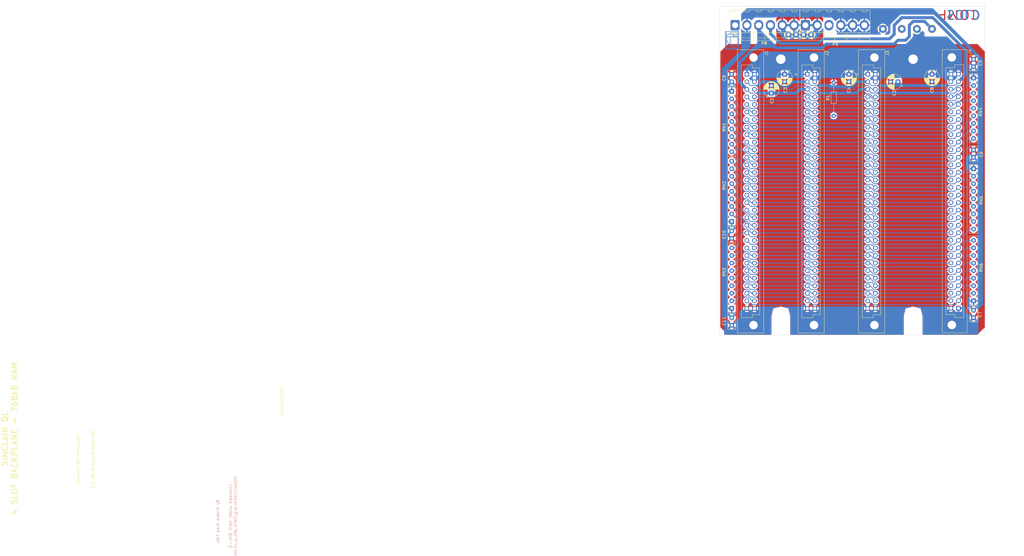
<source format=kicad_pcb>
(kicad_pcb (version 20221018) (generator pcbnew)
  (title_block (title "QPlane Backplane for Sinclair QL") (date "2023-11-05") (rev "0.1") (company "(C) 2023 Alvaro Alea Fdz.") (comment 1 "https://ohwr.org/cern_ohl_s_v2.txt") (comment 2 "CERN Open Hardware Licence Version 2 - Strongly Reciprocal") (comment 3 "Under License"))
  (layers (0 "F.Cu" signal) (31 "B.Cu" signal) (34 "B.Paste" user) (35 "F.Paste" user) (36 "B.SilkS" user "B.Silkscreen") (37 "F.SilkS" user "F.Silkscreen") (38 "B.Mask" user) (39 "F.Mask" user) (44 "Edge.Cuts" user))
  (net 0 "")
  (net 1 "+9V")
  (net 2 "GND")
  (net 3 "/D7")
  (net 4 "/D6")
  (net 5 "/D5")
  (net 6 "/D4")
  (net 7 "/D3")
  (net 8 "/RW")
  (net 9 "/D0")
  (net 10 "/D1")
  (net 11 "/D2")
  (net 12 "/SP0")
  (net 13 "/SP1")
  (net 14 "/DSMC")
  (net 15 "/SP2")
  (net 16 "/SP3")
  (net 17 "/VPA")
  (net 18 "/E")
  (net 19 "/RESET")
  (net 20 "/DS")
  (net 21 "/AS")
  (net 22 "/DTACK")
  (net 23 "/BG")
  (net 24 "/BR")
  (net 25 "/CSYNC")
  (net 26 "/VSYNC")
  (net 27 "/GREEN")
  (net 28 "/BLUE")
  (net 29 "/FC2")
  (net 30 "/FC1")
  (net 31 "/FC0")
  (net 32 "/ROMOE")
  (net 33 "/IPL0")
  (net 34 "/BERR")
  (net 35 "/IPL1")
  (net 36 "/EXTINT")
  (net 37 "/CLKCPU")
  (net 38 "/RED")
  (net 39 "/DBG")
  (net 40 "/A3")
  (net 41 "/A4")
  (net 42 "/A5")
  (net 43 "/A6")
  (net 44 "/A7")
  (net 45 "/A8")
  (net 46 "/A9")
  (net 47 "/A10")
  (net 48 "/A11")
  (net 49 "/A12")
  (net 50 "/A13")
  (net 51 "/A14")
  (net 52 "/A16")
  (net 53 "/A17")
  (net 54 "/A18")
  (net 55 "/A19")
  (net 56 "/A2")
  (net 57 "/A1")
  (net 58 "/A0")
  (net 59 "/A15")
  (net 60 "+5V")
  (net 61 "/POWER_GOOD")
  (net 62 "+12V")
  (net 63 "-12V")
  (net 64 "-5V")
  (footprint "Resistor_THT:R_Array_SIP9" (layer "F.Cu") (at 78.2 141.605 90)
    (fp_text reference "RN3")
    (fp_text value "R_Network08")
  )
  (footprint "Connector_Pin:Pin_D1.3mm_L11.0mm" (layer "F.Cu") (at 140.43 47.625 90)
    (fp_text reference "J6" hide)
    (fp_text value "Conn_01x01")
  )
  (footprint "Capacitor_THT:CP_Radial_D5.0mm_P2.50mm" (layer "F.Cu") (at 145.51 62.865 -90)
    (fp_text reference "C8")
    (fp_text value "100u/16V")
  )
  (footprint "Resistor_THT:R_Array_SIP9" (layer "F.Cu") (at 159.48 64.135 -90)
    (fp_text reference "RN4")
    (fp_text value "R_Network08")
  )
  (footprint "Capacitor_THT:C_Disc_D5.0mm_W2.5mm_P2.50mm" (layer "F.Cu") (at 78.2 118.07 90)
    (fp_text reference "C10")
    (fp_text value "100n")
  )
  (footprint "Connector_Pin:Pin_D1.3mm_L11.0mm" (layer "F.Cu") (at 135.35 47.625 90)
    (fp_text reference "J8" hide)
    (fp_text value "Conn_01x01")
  )
  (footprint "Connector_DIN:DIN41612_Q_2x32_Male_Vertical_THT" (layer "F.Cu") (at 83.28 62.865)
    (fp_text reference "J1")
    (fp_text value "QL_SLOT_DIN41612_CARD")
  )
  (footprint "Connector_Pin:Pin_D1.3mm_L11.0mm" (layer "F.Cu") (at 129 47.625 90)
    (fp_text reference "J5" hide)
    (fp_text value "Conn_01x01")
  )
  (footprint "Capacitor_THT:C_Disc_D5.0mm_W2.5mm_P2.50mm" (layer "F.Cu") (at 159.48 142.24 -90)
    (fp_text reference "C7")
    (fp_text value "100n")
  )
  (footprint "Capacitor_THT:C_Disc_D5.0mm_W2.5mm_P2.50mm" (layer "F.Cu") (at 78.2 62.885 -90)
    (fp_text reference "C9")
    (fp_text value "100n")
  )
  (footprint "Connector_DIN:DIN41612_B_2x32_Female_Vertical_THT" (layer "F.Cu") (at 154.4 141.5542 180)
    (fp_text reference "J4")
    (fp_text value "QL_SLOT_DIN41612_CARD")
  )
  (footprint "MountingHole:MountingHole_3.2mm_M3_ISO7380" (layer "F.Cu") (at 94.71 57.785)
    (fp_text reference "H3" hide)
    (fp_text value "MountingHole")
  )
  (footprint "Resistor_THT:R_Array_SIP9" (layer "F.Cu") (at 78.2 112.395 90)
    (fp_text reference "RN2")
    (fp_text value "R_Network08")
  )
  (footprint "Resistor_THT:R_Array_SIP9" (layer "F.Cu") (at 78.2 68.58 -90)
    (fp_text reference "RN1")
    (fp_text value "R_Network08")
  )
  (footprint "Connector_DIN:DIN41612_Q_2x32_Male_Vertical_THT" (layer "F.Cu") (at 123.92 62.865)
    (fp_text reference "J3")
    (fp_text value "QL_SLOT_DIN41612_CARD")
  )
  (footprint "Capacitor_THT:CP_Radial_D5.0mm_P2.50mm" (layer "F.Cu") (at 95.98 62.865 -90)
    (fp_text reference "C3")
    (fp_text value "100u/16V")
  )
  (footprint "Connector_Pin:Pin_D1.0mm_L10.0mm" (layer "F.Cu") (at 99.79 49.53 90)
    (fp_text reference "J10" hide)
    (fp_text value "Conn_01x01")
  )
  (footprint "Resistor_THT:R_Array_SIP9" (layer "F.Cu") (at 159.48 139.065 90)
    (fp_text reference "RN6")
    (fp_text value "R_Network08")
  )
  (footprint "Capacitor_THT:C_Disc_D5.0mm_W2.5mm_P2.50mm" (layer "F.Cu") (at 78.2 144.78 -90)
    (fp_text reference "C11")
    (fp_text value "100n")
  )
  (footprint "8bits:R_Axial_DIN0204_L3.6mm_D1.6mm_P11.17mm_Horizontal" (layer "F.Cu") (at 112.49 73.279 90)
    (fp_text reference "R1")
    (fp_text value "R")
  )
  (footprint "Resistor_THT:R_Array_SIP9" (layer "F.Cu") (at 159.48 94.615 -90)
    (fp_text reference "RN5")
    (fp_text value "R_Network08")
  )
  (footprint "Connector_Pin:Pin_D1.0mm_L10.0mm" (layer "F.Cu") (at 102.33 49.53 90)
    (fp_text reference "J11" hide)
    (fp_text value "Conn_01x01")
  )
  (footprint "Connector_Pin:Pin_D1.0mm_L10.0mm" (layer "F.Cu") (at 97.25 49.53 90)
    (fp_text reference "J9" hide)
    (fp_text value "Conn_01x01")
  )
  (footprint "Capacitor_THT:CP_Radial_D5.0mm_P2.50mm" (layer "F.Cu") (at 117.57 62.865 -90)
    (fp_text reference "C4")
    (fp_text value "100u/16V")
  )
  (footprint "Connector_DIN:DIN41612_Q_2x32_Male_Vertical_THT" (layer "F.Cu") (at 103.6 62.865)
    (fp_text reference "J2")
    (fp_text value "QL_SLOT_DIN41612_CARD")
  )
  (footprint "Capacitor_THT:CP_Radial_D5.0mm_P2.50mm" (layer "F.Cu") (at 134.08 65.405 180)
    (fp_text reference "C2")
    (fp_text value "100u/16V")
  )
  (footprint "MountingHole:MountingHole_3.2mm_M3_ISO7380" (layer "F.Cu") (at 94.71 144.145)
    (fp_text reference "H1" hide)
    (fp_text value "MountingHole")
  )
  (footprint "Connector_Pin:Pin_D1.3mm_L11.0mm" (layer "F.Cu") (at 145.51 47.625 90)
    (fp_text reference "J7" hide)
    (fp_text value "Conn_01x01")
  )
  (footprint "Capacitor_THT:C_Disc_D5.0mm_W2.5mm_P2.50mm" (layer "F.Cu") (at 159.48 90.805 90)
    (fp_text reference "C6")
    (fp_text value "100n")
  )
  (footprint "Capacitor_THT:CP_Radial_D5.0mm_P2.50mm" (layer "F.Cu") (at 91.535 69.215 90)
    (fp_text reference "C1")
    (fp_text value "100u/16V")
  )
  (footprint "MountingHole:MountingHole_3.2mm_M3_ISO7380" (layer "F.Cu") (at 139.16 57.785)
    (fp_text reference "H4" hide)
    (fp_text value "MountingHole")
  )
  (footprint "MountingHole:MountingHole_3.2mm_M3_ISO7380" (layer "F.Cu") (at 139.16 144.145)
    (fp_text reference "H2" hide)
    (fp_text value "MountingHole")
  )
  (footprint "Connector_Pin:Pin_D1.0mm_L10.0mm" (layer "F.Cu") (at 104.87 49.53 90)
    (fp_text reference "J12" hide)
    (fp_text value "Conn_01x01")
  )
  (footprint "8bits:Molex_15-48-106_1x06_P3.96mm_Vertical" (layer "F.Cu") (at 79.343 46.355)
    (fp_text reference "P8")
    (fp_text value "Conn_01x06")
    (fp_circle (center 9.906 2.54) (end 10.606 2.54) (stroke (width 0.05)) (fill none) (layer "Edge.Cuts"))
  )
  (footprint "8bits:Molex_15-48-106_1x06_P3.96mm_Vertical" (layer "F.Cu") (at 102.965 46.355)
    (fp_text reference "P9")
    (fp_text value "Conn_01x06")
    (fp_circle (center 9.906 2.54) (end 10.606 2.54) (stroke (width 0.05)) (fill none) (layer "Edge.Cuts"))
  )
  (footprint "Capacitor_THT:C_Disc_D5.0mm_W2.5mm_P2.50mm" (layer "F.Cu") (at 159.48 60.325 90)
    (fp_text reference "C5")
    (fp_text value "100n")
  )
  (gr_line locked (start 80.5241 48.4759) (end 76.0791 48.4759) (stroke (width 0.2)) (layer "B.Cu"))
  (gr_line locked (start 80.5241 54.4449) (end 80.5241 48.4759) (stroke (width 0.2)) (layer "B.Cu"))
  (gr_line locked (start 78.7969 49.9999) (end 78.7969 49.4411) (stroke (width 0.2)) (layer "B.Cu"))
  (gr_line locked (start 78.4159 49.9745) (end 78.4159 48.8569) (stroke (width 0.2)) (layer "B.Cu"))
  (gr_line locked (start 80.2701 54.1909) (end 76.3585 54.1909) (stroke (width 0.2)) (layer "B.Cu"))
  (gr_line locked (start 77.9587 48.8315) (end 76.4093 49.9745) (stroke (width 0.2)) (layer "B.Cu"))
  (gr_line locked (start 76.3585 50.304618) (end 80.2701 50.304618) (stroke (width 0.2)) (layer "B.Cu"))
  (gr_line locked (start 76.0791 48.4759) (end 76.0791 54.4449) (stroke (width 0.2)) (layer "B.Cu"))
  (gr_line locked (start 80.2447 49.9999) (end 78.7969 49.9999) (stroke (width 0.2)) (layer "B.Cu"))
  (gr_line locked (start 77.9587 49.9745) (end 77.9587 48.8315) (stroke (width 0.2)) (layer "B.Cu"))
  (gr_line locked (start 76.0791 54.4449) (end 80.5241 54.4449) (stroke (width 0.2)) (layer "B.Cu"))
  (gr_line locked (start 77.6793 50.3047) (end 77.6793 53.2003) (stroke (width 0.2)) (layer "B.Cu"))
  (gr_line locked (start 80.2447 49.4411) (end 80.2447 48.8569) (stroke (width 0.2)) (layer "B.Cu"))
  (gr_line locked (start 80.2447 48.8569) (end 78.7969 48.8569) (stroke (width 0.2)) (layer "B.Cu"))
  (gr_line locked (start 78.7969 49.4411) (end 80.2447 49.4411) (stroke (width 0.2)) (layer "B.Cu"))
  (gr_line locked (start 80.2701 54.1909) (end 80.2701 50.304618) (stroke (width 0.2)) (layer "B.Cu"))
  (gr_line locked (start 77.6793 53.2003) (end 80.2447 53.2003) (stroke (width 0.2)) (layer "B.Cu"))
  (gr_line locked (start 76.4093 49.9745) (end 76.4093 48.8315) (stroke (width 0.2)) (layer "B.Cu"))
  (gr_line locked (start 76.3585 54.1909) (end 76.3585 50.304618) (stroke (width 0.2)) (layer "B.Cu"))
  (gr_arc locked (start 80.2701 54.1909) (mid 77.513118 53.054161) (end 76.3585 50.304618) (stroke (width 0.2)) (layer "B.Cu"))
  (gr_rect (start 74.136 40.005) (end 163.29 150.495) (stroke (width 0.1)) (fill none) (layer "Edge.Cuts"))
  (gr_text "COMP" (at 162.02 41.021 180) (layer "F.Cu") (effects (font (size 3 3.5) (thickness 0.4)) (justify left bottom)))
  (gr_text "SOLD" (at 150.082 41.021 180) (layer "B.Cu") (effects (font (size 3 3) (thickness 0.4)) (justify left bottom mirror)))
  (gr_text "Licensed under Cern OHL-S\nhttps://ohwr.org/cern_ohl_s_v2.txt" (at -89.44 211.455 90) (layer "B.SilkS") (effects (font (size 1 1)) (justify mirror)))
  (gr_text "By Alvaro Alea Fdz." (at -94.52 213.36 90) (layer "B.SilkS") (effects (font (size 1 1)) (justify mirror)))
  (gr_text "JLCJLCJLCJLC" (at -72.93 172.72 90) (layer "F.SilkS") (effects (font (size 1 1))))
  (gr_text "SINCLAIR QL\n4 SLOT BACKPLANE + 768kB RAM" (at -164.37 185.42 90) (layer "F.SilkS") (effects (font (size 2 2) (thickness 0.3))))
  (gr_text "www.va-de-retro.com" (at -141.51 192.405 90) (layer "F.SilkS") (effects (font (size 1 1))))
  (gr_text "(C) 2023 Alvaro Alea Fdz" (at -136.43 192.405 90) (layer "F.SilkS") (effects (font (size 1 1))))
  (segment (start 95.1926 47.4726) (end 97.25 49.53) (width 0.75) (layer "B.Cu") (net 2))
  (segment (start 97.25 49.53) (end 104.87 49.53) (width 0.75) (layer "B.Cu") (net 2))
  (segment (start 95.1926 46.355) (end 106.9274 46.355) (width 0.75) (layer "B.Cu") (net 2))
  (segment (start 102.965 48.895) (end 102.965 46.355) (width 0.75) (layer "B.Cu") (net 2))
  (segment (start 106.9274 47.4726) (end 104.87 49.53) (width 0.75) (layer "B.Cu") (net 2))
  (segment (start 102.33 49.53) (end 102.965 48.895) (width 0.75) (layer "B.Cu") (net 2))
  (segment (start 99.79 49.53) (end 99.155 48.895) (width 0.75) (layer "B.Cu") (net 2))
  (segment (start 99.155 48.895) (end 99.155 46.355) (width 0.75) (layer "B.Cu") (net 2))
  (segment (start 95.1926 46.355) (end 95.1926 48.1076) (width 0.75) (layer "B.Cu") (net 2))
  (segment (start 125.965 130.175) (end 153.13 130.175) (width 0.25) (layer "B.Cu") (net 3))
  (segment (start 83.28 128.905) (end 84.55 130.175) (width 0.25) (layer "B.Cu") (net 3))
  (segment (start 102.33 128.905) (end 103.6 128.905) (width 0.25) (layer "B.Cu") (net 3))
  (segment (start 124.695 128.905) (end 125.965 130.175) (width 0.25) (layer "B.Cu") (net 3))
  (segment (start 156.94 126.365) (end 159.48 126.365) (width 0.25) (layer "B.Cu") (net 3))
  (segment (start 122.65 128.905) (end 121.38 130.175) (width 0.25) (layer "B.Cu") (net 3))
  (segment (start 153.13 130.175) (end 156.94 126.365) (width 0.25) (layer "B.Cu") (net 3))
  (segment (start 104.87 130.175) (end 103.6 128.905) (width 0.25) (layer "B.Cu") (net 3))
  (segment (start 101.06 130.175) (end 102.33 128.905) (width 0.25) (layer "B.Cu") (net 3))
  (segment (start 123.92 128.905) (end 122.65 128.905) (width 0.25) (layer "B.Cu") (net 3))
  (segment (start 121.38 130.175) (end 104.87 130.175) (width 0.25) (layer "B.Cu") (net 3))
  (segment (start 123.92 128.905) (end 124.695 128.905) (width 0.25) (layer "B.Cu") (net 3))
  (segment (start 84.55 130.175) (end 101.06 130.175) (width 0.25) (layer "B.Cu") (net 3))
  (segment (start 84.55 132.715) (end 83.28 131.445) (width 0.25) (layer "B.Cu") (net 4))
  (segment (start 125.965 132.715) (end 153.13 132.715) (width 0.25) (layer "B.Cu") (net 4))
  (segment (start 124.695 131.445) (end 125.965 132.715) (width 0.25) (layer "B.Cu") (net 4))
  (segment (start 122.65 131.445) (end 123.92 131.445) (width 0.25) (layer "B.Cu") (net 4))
  (segment (start 104.87 132.715) (end 121.38 132.715) (width 0.25) (layer "B.Cu") (net 4))
  (segment (start 101.06 132.715) (end 84.55 132.715) (width 0.25) (layer "B.Cu") (net 4))
  (segment (start 153.13 132.715) (end 156.94 128.905) (width 0.25) (layer "B.Cu") (net 4))
  (segment (start 123.92 131.445) (end 124.695 131.445) (width 0.25) (layer "B.Cu") (net 4))
  (segment (start 103.6 131.445) (end 102.33 131.445) (width 0.25) (layer "B.Cu") (net 4))
  (segment (start 103.6 131.445) (end 104.87 132.715) (width 0.25) (layer "B.Cu") (net 4))
  (segment (start 156.94 128.905) (end 159.48 128.905) (width 0.25) (layer "B.Cu") (net 4))
  (segment (start 121.38 132.715) (end 122.65 131.445) (width 0.25) (layer "B.Cu") (net 4))
  (segment (start 102.33 131.445) (end 101.06 132.715) (width 0.25) (layer "B.Cu") (net 4))
  (segment (start 153.13 135.255) (end 156.94 131.445) (width 0.25) (layer "B.Cu") (net 5))
  (segment (start 125.965 135.255) (end 153.13 135.255) (width 0.25) (layer "B.Cu") (net 5))
  (segment (start 84.55 135.255) (end 83.28 133.985) (width 0.25) (layer "B.Cu") (net 5))
  (segment (start 124.695 133.985) (end 125.965 135.255) (width 0.25) (layer "B.Cu") (net 5))
  (segment (start 122.65 133.985) (end 123.92 133.985) (width 0.25) (layer "B.Cu") (net 5))
  (segment (start 103.6 133.985) (end 104.87 135.255) (width 0.25) (layer "B.Cu") (net 5))
  (segment (start 104.87 135.255) (end 121.38 135.255) (width 0.25) (layer "B.Cu") (net 5))
  (segment (start 121.38 135.255) (end 122.65 133.985) (width 0.25) (layer "B.Cu") (net 5))
  (segment (start 103.6 133.985) (end 102.33 133.985) (width 0.25) (layer "B.Cu") (net 5))
  (segment (start 123.92 133.985) (end 124.695 133.985) (width 0.25) (layer "B.Cu") (net 5))
  (segment (start 101.06 135.255) (end 84.55 135.255) (width 0.25) (layer "B.Cu") (net 5))
  (segment (start 156.94 131.445) (end 159.48 131.445) (width 0.25) (layer "B.Cu") (net 5))
  (segment (start 102.33 133.985) (end 101.06 135.255) (width 0.25) (layer "B.Cu") (net 5))
  (segment (start 101.06 137.795) (end 102.33 136.525) (width 0.25) (layer "B.Cu") (net 6))
  (segment (start 156.94 133.985) (end 159.48 133.985) (width 0.25) (layer "B.Cu") (net 6))
  (segment (start 84.55 137.795) (end 101.06 137.795) (width 0.25) (layer "B.Cu") (net 6))
  (segment (start 121.38 137.795) (end 122.65 136.525) (width 0.25) (layer "B.Cu") (net 6))
  (segment (start 153.13 137.795) (end 156.94 133.985) (width 0.25) (layer "B.Cu") (net 6))
  (segment (start 124.695 136.525) (end 125.965 137.795) (width 0.25) (layer "B.Cu") (net 6))
  (segment (start 103.6 136.525) (end 104.87 137.795) (width 0.25) (layer "B.Cu") (net 6))
  (segment (start 122.65 136.525) (end 123.92 136.525) (width 0.25) (layer "B.Cu") (net 6))
  (segment (start 104.87 137.795) (end 121.38 137.795) (width 0.25) (layer "B.Cu") (net 6))
  (segment (start 83.28 136.525) (end 84.55 137.795) (width 0.25) (layer "B.Cu") (net 6))
  (segment (start 123.92 136.525) (end 124.695 136.525) (width 0.25) (layer "B.Cu") (net 6))
  (segment (start 125.965 137.795) (end 153.13 137.795) (width 0.25) (layer "B.Cu") (net 6))
  (segment (start 102.33 136.525) (end 103.6 136.525) (width 0.25) (layer "B.Cu") (net 6))
  (segment (start 101.06 140.335) (end 102.33 139.065) (width 0.25) (layer "B.Cu") (net 7))
  (segment (start 104.87 140.335) (end 121.38 140.335) (width 0.25) (layer "B.Cu") (net 7))
  (segment (start 156.94 136.525) (end 159.48 136.525) (width 0.25) (layer "B.Cu") (net 7))
  (segment (start 83.28 139.065) (end 84.55 140.335) (width 0.25) (layer "B.Cu") (net 7))
  (segment (start 84.55 140.335) (end 101.06 140.335) (width 0.25) (layer "B.Cu") (net 7))
  (segment (start 103.6 139.065) (end 104.87 140.335) (width 0.25) (layer "B.Cu") (net 7))
  (segment (start 122.65 139.065) (end 123.92 139.065) (width 0.25) (layer "B.Cu") (net 7))
  (segment (start 123.92 139.065) (end 125.19 140.335) (width 0.25) (layer "B.Cu") (net 7))
  (segment (start 102.33 139.065) (end 103.6 139.065) (width 0.25) (layer "B.Cu") (net 7))
  (segment (start 121.38 140.335) (end 122.65 139.065) (width 0.25) (layer "B.Cu") (net 7))
  (segment (start 153.13 140.335) (end 156.94 136.525) (width 0.25) (layer "B.Cu") (net 7))
  (segment (start 125.19 140.335) (end 153.13 140.335) (width 0.25) (layer "B.Cu") (net 7))
  (segment (start 106.14 126.365) (end 121.38 126.365) (width 0.25) (layer "B.Cu") (net 8))
  (segment (start 104.108 125.265) (end 102.16 125.265) (width 0.25) (layer "B.Cu") (net 8))
  (segment (start 83.558744 125.095) (end 80.74 125.095) (width 0.25) (layer "B.Cu") (net 8))
  (segment (start 121.38 126.365) (end 122.48 125.265) (width 0.25) (layer "B.Cu") (net 8))
  (segment (start 80.74 125.095) (end 79.47 126.365) (width 0.25) (layer "B.Cu") (net 8))
  (segment (start 106.14 126.365) (end 105.208 126.365) (width 0.25) (layer "B.Cu") (net 8))
  (segment (start 122.48 125.265) (end 125.36 125.265) (width 0.25) (layer "B.Cu") (net 8))
  (segment (start 85.82 126.365) (end 84.828744 126.365) (width 0.25) (layer "B.Cu") (net 8))
  (segment (start 105.208 126.365) (end 104.108 125.265) (width 0.25) (layer "B.Cu") (net 8))
  (segment (start 126.46 126.365) (end 151.86 126.365) (width 0.25) (layer "B.Cu") (net 8))
  (segment (start 79.47 126.365) (end 78.2 126.365) (width 0.25) (layer "B.Cu") (net 8))
  (segment (start 85.82 126.365) (end 101.06 126.365) (width 0.25) (layer "B.Cu") (net 8))
  (segment (start 102.16 125.265) (end 101.06 126.365) (width 0.25) (layer "B.Cu") (net 8))
  (segment (start 84.828744 126.365) (end 83.558744 125.095) (width 0.25) (layer "B.Cu") (net 8))
  (segment (start 125.36 125.265) (end 126.46 126.365) (width 0.25) (layer "B.Cu") (net 8))
  (segment (start 125.36 132.885) (end 126.46 133.985) (width 0.25) (layer "B.Cu") (net 9))
  (segment (start 151.86 133.985) (end 126.46 133.985) (width 0.25) (layer "B.Cu") (net 9))
  (segment (start 102.16 132.885) (end 101.06 133.985) (width 0.25) (layer "B.Cu") (net 9))
  (segment (start 104.108 132.885) (end 102.16 132.885) (width 0.25) (layer "B.Cu") (net 9))
  (segment (start 79.47 133.985) (end 78.2 133.985) (width 0.25) (layer "B.Cu") (net 9))
  (segment (start 106.14 133.985) (end 121.38 133.985) (width 0.25) (layer "B.Cu") (net 9))
  (segment (start 105.208 133.985) (end 104.108 132.885) (width 0.25) (layer "B.Cu") (net 9))
  (segment (start 85.82 133.985) (end 85.045 133.985) (width 0.25) (layer "B.Cu") (net 9))
  (segment (start 106.14 133.985) (end 105.208 133.985) (width 0.25) (layer "B.Cu") (net 9))
  (segment (start 85.045 133.985) (end 83.775 132.715) (width 0.25) (layer "B.Cu") (net 9))
  (segment (start 80.74 132.715) (end 79.47 133.985) (width 0.25) (layer "B.Cu") (net 9))
  (segment (start 83.775 132.715) (end 80.74 132.715) (width 0.25) (layer "B.Cu") (net 9))
  (segment (start 101.06 133.985) (end 85.82 133.985) (width 0.25) (layer "B.Cu") (net 9))
  (segment (start 122.48 132.885) (end 125.36 132.885) (width 0.25) (layer "B.Cu") (net 9))
  (segment (start 121.38 133.985) (end 122.48 132.885) (width 0.25) (layer "B.Cu") (net 9))
  (segment (start 126.46 136.525) (end 151.86 136.525) (width 0.25) (layer "B.Cu") (net 10))
  (segment (start 84.828744 136.525) (end 83.558744 135.255) (width 0.25) (layer "B.Cu") (net 10))
  (segment (start 122.48 135.425) (end 125.36 135.425) (width 0.25) (layer "B.Cu") (net 10))
  (segment (start 105.148744 136.525) (end 104.048744 135.425) (width 0.25) (layer "B.Cu") (net 10))
  (segment (start 121.38 136.525) (end 122.48 135.425) (width 0.25) (layer "B.Cu") (net 10))
  (segment (start 80.74 135.255) (end 79.47 136.525) (width 0.25) (layer "B.Cu") (net 10))
  (segment (start 102.16 135.425) (end 101.06 136.525) (width 0.25) (layer "B.Cu") (net 10))
  (segment (start 85.82 136.525) (end 84.828744 136.525) (width 0.25) (layer "B.Cu") (net 10))
  (segment (start 79.47 136.525) (end 78.2 136.525) (width 0.25) (layer "B.Cu") (net 10))
  (segment (start 83.558744 135.255) (end 80.74 135.255) (width 0.25) (layer "B.Cu") (net 10))
  (segment (start 106.14 136.525) (end 105.148744 136.525) (width 0.25) (layer "B.Cu") (net 10))
  (segment (start 104.048744 135.425) (end 102.16 135.425) (width 0.25) (layer "B.Cu") (net 10))
  (segment (start 106.14 136.525) (end 121.38 136.525) (width 0.25) (layer "B.Cu") (net 10))
  (segment (start 125.36 135.425) (end 126.46 136.525) (width 0.25) (layer "B.Cu") (net 10))
  (segment (start 101.06 136.525) (end 85.82 136.525) (width 0.25) (layer "B.Cu") (net 10))
  (segment (start 105.208 139.065) (end 104.108 137.965) (width 0.25) (layer "B.Cu") (net 11))
  (segment (start 151.86 139.065) (end 126.46 139.065) (width 0.25) (layer "B.Cu") (net 11))
  (segment (start 79.47 139.065) (end 78.2 139.065) (width 0.25) (layer "B.Cu") (net 11))
  (segment (start 80.74 137.795) (end 79.47 139.065) (width 0.25) (layer "B.Cu") (net 11))
  (segment (start 101.06 139.065) (end 85.82 139.065) (width 0.25) (layer "B.Cu") (net 11))
  (segment (start 83.775 137.795) (end 80.74 137.795) (width 0.25) (layer "B.Cu") (net 11))
  (segment (start 85.045 139.065) (end 83.775 137.795) (width 0.25) (layer "B.Cu") (net 11))
  (segment (start 122.65 137.795) (end 121.38 139.065) (width 0.25) (layer "B.Cu") (net 11))
  (segment (start 104.108 137.965) (end 102.16 137.965) (width 0.25) (layer "B.Cu") (net 11))
  (segment (start 102.16 137.965) (end 101.06 139.065) (width 0.25) (layer "B.Cu") (net 11))
  (segment (start 125.19 137.795) (end 122.65 137.795) (width 0.25) (layer "B.Cu") (net 11))
  (segment (start 106.14 139.065) (end 105.208 139.065) (width 0.25) (layer "B.Cu") (net 11))
  (segment (start 121.38 139.065) (end 106.14 139.065) (width 0.25) (layer "B.Cu") (net 11))
  (segment (start 126.46 139.065) (end 125.19 137.795) (width 0.25) (layer "B.Cu") (net 11))
  (segment (start 85.82 139.065) (end 85.045 139.065) (width 0.25) (layer "B.Cu") (net 11))
  (segment (start 101.06 71.755) (end 102.33 70.485) (width 0.25) (layer "B.Cu") (net 12))
  (segment (start 122.65 70.485) (end 123.92 70.485) (width 0.25) (layer "B.Cu") (net 12))
  (segment (start 102.33 70.485) (end 103.6 70.485) (width 0.25) (layer "B.Cu") (net 12))
  (segment (start 104.87 71.755) (end 121.38 71.755) (width 0.25) (layer "B.Cu") (net 12))
  (segment (start 84.55 71.755) (end 101.06 71.755) (width 0.25) (layer "B.Cu") (net 12))
  (segment (start 121.38 71.755) (end 122.65 70.485) (width 0.25) (layer "B.Cu") (net 12))
  (segment (start 126.181256 71.755) (end 153.13 71.755) (width 0.25) (layer "B.Cu") (net 12))
  (segment (start 103.6 70.485) (end 104.87 71.755) (width 0.25) (layer "B.Cu") (net 12))
  (segment (start 124.911256 70.485) (end 126.181256 71.755) (width 0.25) (layer "B.Cu") (net 12))
  (segment (start 153.13 71.755) (end 154.4 70.485) (width 0.25) (layer "B.Cu") (net 12))
  (segment (start 123.92 70.485) (end 124.911256 70.485) (width 0.25) (layer "B.Cu") (net 12))
  (segment (start 83.28 70.485) (end 84.55 71.755) (width 0.25) (layer "B.Cu") (net 12))
  (segment (start 124.695 73.025) (end 125.965 74.295) (width 0.25) (layer "B.Cu") (net 13))
  (segment (start 153.13 74.295) (end 154.4 73.025) (width 0.25) (layer "B.Cu") (net 13))
  (segment (start 83.28 73.025) (end 84.55 74.295) (width 0.25) (layer "B.Cu") (net 13))
  (segment (start 125.965 74.295) (end 153.13 74.295) (width 0.25) (layer "B.Cu") (net 13))
  (segment (start 104.87 74.295) (end 121.38 74.295) (width 0.25) (layer "B.Cu") (net 13))
  (segment (start 84.55 74.295) (end 101.06 74.295) (width 0.25) (layer "B.Cu") (net 13))
  (segment (start 121.38 74.295) (end 122.65 73.025) (width 0.25) (layer "B.Cu") (net 13))
  (segment (start 102.33 73.025) (end 103.6 73.025) (width 0.25) (layer "B.Cu") (net 13))
  (segment (start 103.6 73.025) (end 104.87 74.295) (width 0.25) (layer "B.Cu") (net 13))
  (segment (start 123.92 73.025) (end 124.695 73.025) (width 0.25) (layer "B.Cu") (net 13))
  (segment (start 122.65 73.025) (end 123.92 73.025) (width 0.25) (layer "B.Cu") (net 13))
  (segment (start 101.06 74.295) (end 102.33 73.025) (width 0.25) (layer "B.Cu") (net 13))
  (segment (start 102.33 75.565) (end 103.6 75.565) (width 0.25) (layer "B.Cu") (net 14))
  (segment (start 125.965 76.835) (end 153.13 76.835) (width 0.25) (layer "B.Cu") (net 14))
  (segment (start 123.92 75.565) (end 124.695 75.565) (width 0.25) (layer "B.Cu") (net 14))
  (segment (start 153.13 76.835) (end 154.4 75.565) (width 0.25) (layer "B.Cu") (net 14))
  (segment (start 83.28 75.565) (end 84.55 76.835) (width 0.25) (layer "B.Cu") (net 14))
  (segment (start 84.55 76.835) (end 101.06 76.835) (width 0.25) (layer "B.Cu") (net 14))
  (segment (start 121.38 76.835) (end 104.87 76.835) (width 0.25) (layer "B.Cu") (net 14))
  (segment (start 122.65 75.565) (end 121.38 76.835) (width 0.25) (layer "B.Cu") (net 14))
  (segment (start 101.06 76.835) (end 102.33 75.565) (width 0.25) (layer "B.Cu") (net 14))
  (segment (start 124.695 75.565) (end 125.965 76.835) (width 0.25) (layer "B.Cu") (net 14))
  (segment (start 123.92 75.565) (end 122.65 75.565) (width 0.25) (layer "B.Cu") (net 14))
  (segment (start 104.87 76.835) (end 103.6 75.565) (width 0.25) (layer "B.Cu") (net 14))
  (segment (start 123.145 78.105) (end 121.875 79.375) (width 0.25) (layer "B.Cu") (net 15))
  (segment (start 104.87 79.375) (end 103.6 78.105) (width 0.25) (layer "B.Cu") (net 15))
  (segment (start 102.33 78.105) (end 103.6 78.105) (width 0.25) (layer "B.Cu") (net 15))
  (segment (start 123.92 78.105) (end 123.145 78.105) (width 0.25) (layer "B.Cu") (net 15))
  (segment (start 83.28 78.105) (end 84.55 79.375) (width 0.25) (layer "B.Cu") (net 15))
  (segment (start 123.92 78.105) (end 124.695 78.105) (width 0.25) (layer "B.Cu") (net 15))
  (segment (start 125.965 79.375) (end 153.13 79.375) (width 0.25) (layer "B.Cu") (net 15))
  (segment (start 124.695 78.105) (end 125.965 79.375) (width 0.25) (layer "B.Cu") (net 15))
  (segment (start 84.55 79.375) (end 101.06 79.375) (width 0.25) (layer "B.Cu") (net 15))
  (segment (start 121.875 79.375) (end 104.87 79.375) (width 0.25) (layer "B.Cu") (net 15))
  (segment (start 101.06 79.375) (end 102.33 78.105) (width 0.25) (layer "B.Cu") (net 15))
  (segment (start 153.13 79.375) (end 154.4 78.105) (width 0.25) (layer "B.Cu") (net 15))
  (segment (start 125.36 77.005) (end 126.46 78.105) (width 0.25) (layer "B.Cu") (net 16))
  (segment (start 101.06 78.105) (end 85.82 78.105) (width 0.25) (layer "B.Cu") (net 16))
  (segment (start 122.48 77.005) (end 125.36 77.005) (width 0.25) (layer "B.Cu") (net 16))
  (segment (start 106.14 78.105) (end 121.38 78.105) (width 0.25) (layer "B.Cu") (net 16))
  (segment (start 105.208 78.105) (end 104.108 77.005) (width 0.25) (layer "B.Cu") (net 16))
  (segment (start 104.108 77.005) (end 102.16 77.005) (width 0.25) (layer "B.Cu") (net 16))
  (segment (start 102.16 77.005) (end 101.06 78.105) (width 0.25) (layer "B.Cu") (net 16))
  (segment (start 121.38 78.105) (end 122.48 77.005) (width 0.25) (layer "B.Cu") (net 16))
  (segment (start 106.14 78.105) (end 105.208 78.105) (width 0.25) (layer "B.Cu") (net 16))
  (segment (start 151.86 78.105) (end 126.46 78.105) (width 0.25) (layer "B.Cu") (net 16))
  (segment (start 106.14 103.505) (end 105.208 103.505) (width 0.25) (layer "B.Cu") (net 17))
  (segment (start 105.208 103.505) (end 104.108 102.405) (width 0.25) (layer "B.Cu") (net 17))
  (segment (start 85.045 103.505) (end 83.775 102.235) (width 0.25) (layer "B.Cu") (net 17))
  (segment (start 80.74 100.965) (end 82.01 102.235) (width 0.25) (layer "B.Cu") (net 17))
  (segment (start 101.06 103.505) (end 102.16 102.405) (width 0.25) (layer "B.Cu") (net 17))
  (segment (start 102.16 102.405) (end 104.108 102.405) (width 0.25) (layer "B.Cu") (net 17))
  (segment (start 126.46 103.505) (end 125.19 102.235) (width 0.25) (layer "B.Cu") (net 17))
  (segment (start 122.65 102.235) (end 121.38 103.505) (width 0.25) (layer "B.Cu") (net 17))
  (segment (start 80.74 99.695) (end 80.74 100.965) (width 0.25) (layer "B.Cu") (net 17))
  (segment (start 125.19 102.235) (end 122.65 102.235) (width 0.25) (layer "B.Cu") (net 17))
  (segment (start 126.46 103.505) (end 151.86 103.505) (width 0.25) (layer "B.Cu") (net 17))
  (segment (start 85.82 103.505) (end 101.06 103.505) (width 0.25) (layer "B.Cu") (net 17))
  (segment (start 83.775 102.235) (end 82.01 102.235) (width 0.25) (layer "B.Cu") (net 17))
  (segment (start 85.82 103.505) (end 85.045 103.505) (width 0.25) (layer "B.Cu") (net 17))
  (segment (start 121.38 103.505) (end 106.14 103.505) (width 0.25) (layer "B.Cu") (net 17))
  (segment (start 78.2 97.155) (end 80.74 99.695) (width 0.25) (layer "B.Cu") (net 17))
  (segment (start 121.38 108.585) (end 122.48 107.485) (width 0.25) (layer "B.Cu") (net 18))
  (segment (start 125.36 107.485) (end 126.46 108.585) (width 0.25) (layer "B.Cu") (net 18))
  (segment (start 106.14 108.585) (end 121.38 108.585) (width 0.25) (layer "B.Cu") (net 18))
  (segment (start 122.48 107.485) (end 125.36 107.485) (width 0.25) (layer "B.Cu") (net 18))
  (segment (start 105.208 108.585) (end 104.108 107.485) (width 0.25) (layer "B.Cu") (net 18))
  (segment (start 102.16 107.485) (end 101.06 108.585) (width 0.25) (layer "B.Cu") (net 18))
  (segment (start 106.14 108.585) (end 105.208 108.585) (width 0.25) (layer "B.Cu") (net 18))
  (segment (start 126.46 108.585) (end 151.86 108.585) (width 0.25) (layer "B.Cu") (net 18))
  (segment (start 101.06 108.585) (end 85.82 108.585) (width 0.25) (layer "B.Cu") (net 18))
  (segment (start 104.108 107.485) (end 102.16 107.485) (width 0.25) (layer "B.Cu") (net 18))
  (segment (start 80.105 107.636122) (end 80.105 106.68) (width 0.25) (layer "B.Cu") (net 19))
  (segment (start 83.001256 112.395) (end 80.896939 110.290683) (width 0.25) (layer "B.Cu") (net 19))
  (segment (start 102.16 112.565) (end 104.108 112.565) (width 0.25) (layer "B.Cu") (net 19))
  (segment (start 80.105 106.68) (end 78.2 104.775) (width 0.25) (layer "B.Cu") (net 19))
  (segment (start 85.82 113.665) (end 101.06 113.665) (width 0.25) (layer "B.Cu") (net 19))
  (segment (start 80.896939 110.290683) (end 80.896939 108.428061) (width 0.25) (layer "B.Cu") (net 19))
  (segment (start 126.46 113.665) (end 151.86 113.665) (width 0.25) (layer "B.Cu") (net 19))
  (segment (start 80.896939 108.428061) (end 80.105 107.636122) (width 0.25) (layer "B.Cu") (net 19))
  (segment (start 101.06 113.665) (end 102.16 112.565) (width 0.25) (layer "B.Cu") (net 19))
  (segment (start 121.38 113.665) (end 122.48 112.565) (width 0.25) (layer "B.Cu") (net 19))
  (segment (start 84.828744 113.665) (end 83.558744 112.395) (width 0.25) (layer "B.Cu") (net 19))
  (segment (start 105.208 113.665) (end 104.108 112.565) (width 0.25) (layer "B.Cu") (net 19))
  (segment (start 122.48 112.565) (end 125.36 112.565) (width 0.25) (layer "B.Cu") (net 19))
  (segment (start 85.82 113.665) (end 84.828744 113.665) (width 0.25) (layer "B.Cu") (net 19))
  (segment (start 106.14 113.665) (end 105.208 113.665) (width 0.25) (layer "B.Cu") (net 19))
  (segment (start 125.36 112.565) (end 126.46 113.665) (width 0.25) (layer "B.Cu") (net 19))
  (segment (start 106.14 113.665) (end 121.38 113.665) (width 0.25) (layer "B.Cu") (net 19))
  (segment (start 83.558744 112.395) (end 83.001256 112.395) (width 0.25) (layer "B.Cu") (net 19))
  (segment (start 151.86 128.905) (end 126.46 128.905) (width 0.25) (layer "B.Cu") (net 20))
  (segment (start 80.74 127.635) (end 79.47 128.905) (width 0.25) (layer "B.Cu") (net 20))
  (segment (start 85.82 128.905) (end 84.828744 128.905) (width 0.25) (layer "B.Cu") (net 20))
  (segment (start 122.48 127.805) (end 125.36 127.805) (width 0.25) (layer "B.Cu") (net 20))
  (segment (start 85.82 128.905) (end 101.06 128.905) (width 0.25) (layer "B.Cu") (net 20))
  (segment (start 125.36 127.805) (end 126.46 128.905) (width 0.25) (layer "B.Cu") (net 20))
  (segment (start 79.47 128.905) (end 78.2 128.905) (width 0.25) (layer "B.Cu") (net 20))
  (segment (start 106.14 128.905) (end 121.38 128.905) (width 0.25) (layer "B.Cu") (net 20))
  (segment (start 83.558744 127.635) (end 80.74 127.635) (width 0.25) (layer "B.Cu") (net 20))
  (segment (start 105.208 128.905) (end 104.108 127.805) (width 0.25) (layer "B.Cu") (net 20))
  (segment (start 121.38 128.905) (end 122.48 127.805) (width 0.25) (layer "B.Cu") (net 20))
  (segment (start 106.14 128.905) (end 105.208 128.905) (width 0.25) (layer "B.Cu") (net 20))
  (segment (start 102.16 127.805) (end 101.06 128.905) (width 0.25) (layer "B.Cu") (net 20))
  (segment (start 84.828744 128.905) (end 83.558744 127.635) (width 0.25) (layer "B.Cu") (net 20))
  (segment (start 104.108 127.805) (end 102.16 127.805) (width 0.25) (layer "B.Cu") (net 20))
  (segment (start 106.14 131.445) (end 121.38 131.445) (width 0.25) (layer "B.Cu") (net 21))
  (segment (start 85.82 131.445) (end 101.06 131.445) (width 0.25) (layer "B.Cu") (net 21))
  (segment (start 121.38 131.445) (end 122.48 130.345) (width 0.25) (layer "B.Cu") (net 21))
  (segment (start 79.47 131.445) (end 78.2 131.445) (width 0.25) (layer "B.Cu") (net 21))
  (segment (start 80.74 130.175) (end 79.47 131.445) (width 0.25) (layer "B.Cu") (net 21))
  (segment (start 104.108 130.345) (end 102.16 130.345) (width 0.25) (layer "B.Cu") (net 21))
  (segment (start 125.36 130.345) (end 126.46 131.445) (width 0.25) (layer "B.Cu") (net 21))
  (segment (start 122.48 130.345) (end 125.36 130.345) (width 0.25) (layer "B.Cu") (net 21))
  (segment (start 151.86 131.445) (end 126.46 131.445) (width 0.25) (layer "B.Cu") (net 21))
  (segment (start 85.82 131.445) (end 84.828744 131.445) (width 0.25) (layer "B.Cu") (net 21))
  (segment (start 83.558744 130.175) (end 80.74 130.175) (width 0.25) (layer "B.Cu") (net 21))
  (segment (start 84.828744 131.445) (end 83.558744 130.175) (width 0.25) (layer "B.Cu") (net 21))
  (segment (start 106.14 131.445) (end 105.208 131.445) (width 0.25) (layer "B.Cu") (net 21))
  (segment (start 105.208 131.445) (end 104.108 130.345) (width 0.25) (layer "B.Cu") (net 21))
  (segment (start 102.16 130.345) (end 101.06 131.445) (width 0.25) (layer "B.Cu") (net 21))
  (segment (start 105.148744 123.825) (end 104.048744 122.725) (width 0.25) (layer "B.Cu") (net 22))
  (segment (start 106.14 123.825) (end 105.148744 123.825) (width 0.25) (layer "B.Cu") (net 22))
  (segment (start 121.38 123.825) (end 122.48 122.725) (width 0.25) (layer "B.Cu") (net 22))
  (segment (start 101.06 123.825) (end 85.82 123.825) (width 0.25) (layer "B.Cu") (net 22))
  (segment (start 79.47 123.825) (end 78.2 123.825) (width 0.25) (layer "B.Cu") (net 22))
  (segment (start 83.558744 122.555) (end 80.74 122.555) (width 0.25) (layer "B.Cu") (net 22))
  (segment (start 125.36 122.725) (end 126.46 123.825) (width 0.25) (layer "B.Cu") (net 22))
  (segment (start 106.14 123.825) (end 121.38 123.825) (width 0.25) (layer "B.Cu") (net 22))
  (segment (start 85.82 123.825) (end 84.828744 123.825) (width 0.25) (layer "B.Cu") (net 22))
  (segment (start 151.86 123.825) (end 126.46 123.825) (width 0.25) (layer "B.Cu") (net 22))
  (segment (start 80.74 122.555) (end 79.47 123.825) (width 0.25) (layer "B.Cu") (net 22))
  (segment (start 102.16 122.725) (end 101.06 123.825) (width 0.25) (layer "B.Cu") (net 22))
  (segment (start 122.48 122.725) (end 125.36 122.725) (width 0.25) (layer "B.Cu") (net 22))
  (segment (start 104.048744 122.725) (end 102.16 122.725) (width 0.25) (layer "B.Cu") (net 22))
  (segment (start 84.828744 123.825) (end 83.558744 122.555) (width 0.25) (layer "B.Cu") (net 22))
  (segment (start 125.36 120.185) (end 126.46 121.285) (width 0.25) (layer "B.Cu") (net 23))
  (segment (start 104.048744 120.185) (end 105.148744 121.285) (width 0.25) (layer "B.Cu") (net 23))
  (segment (start 85.82 121.285) (end 101.06 121.285) (width 0.25) (layer "B.Cu") (net 23))
  (segment (start 151.86 121.285) (end 126.46 121.285) (width 0.25) (layer "B.Cu") (net 23))
  (segment (start 101.06 121.285) (end 102.16 120.185) (width 0.25) (layer "B.Cu") (net 23))
  (segment (start 106.14 121.285) (end 121.38 121.285) (width 0.25) (layer "B.Cu") (net 23))
  (segment (start 122.48 120.185) (end 125.36 120.185) (width 0.25) (layer "B.Cu") (net 23))
  (segment (start 121.38 121.285) (end 122.48 120.185) (width 0.25) (layer "B.Cu") (net 23))
  (segment (start 105.148744 121.285) (end 106.14 121.285) (width 0.25) (layer "B.Cu") (net 23))
  (segment (start 102.16 120.185) (end 104.048744 120.185) (width 0.25) (layer "B.Cu") (net 23))
  (segment (start 125.36 117.645) (end 126.46 118.745) (width 0.25) (layer "B.Cu") (net 24))
  (segment (start 102.16 117.645) (end 104.362 117.645) (width 0.25) (layer "B.Cu") (net 24))
  (segment (start 101.06 118.745) (end 102.16 117.645) (width 0.25) (layer "B.Cu") (net 24))
  (segment (start 106.14 118.745) (end 121.38 118.745) (width 0.25) (layer "B.Cu") (net 24))
  (segment (start 126.46 118.745) (end 151.86 118.745) (width 0.25) (layer "B.Cu") (net 24))
  (segment (start 105.462 118.745) (end 104.362 117.645) (width 0.25) (layer "B.Cu") (net 24))
  (segment (start 85.82 118.745) (end 101.06 118.745) (width 0.25) (layer "B.Cu") (net 24))
  (segment (start 106.14 118.745) (end 105.462 118.745) (width 0.25) (layer "B.Cu") (net 24))
  (segment (start 121.38 118.745) (end 122.48 117.645) (width 0.25) (layer "B.Cu") (net 24))
  (segment (start 122.48 117.645) (end 125.36 117.645) (width 0.25) (layer "B.Cu") (net 24))
  (segment (start 82.01 107.315) (end 82.01 108.863744) (width 0.25) (layer "B.Cu") (net 25))
  (segment (start 85.82 111.125) (end 101.06 111.125) (width 0.25) (layer "B.Cu") (net 25))
  (segment (start 105.208 111.125) (end 104.108 110.025) (width 0.25) (layer "B.Cu") (net 25))
  (segment (start 126.46 111.125) (end 151.86 111.125) (width 0.25) (layer "B.Cu") (net 25))
  (segment (start 102.16 110.025) (end 104.108 110.025) (width 0.25) (layer "B.Cu") (net 25))
  (segment (start 121.38 111.125) (end 122.48 110.025) (width 0.25) (layer "B.Cu") (net 25))
  (segment (start 106.14 111.125) (end 105.208 111.125) (width 0.25) (layer "B.Cu") (net 25))
  (segment (start 80.74 104.775) (end 80.74 106.045) (width 0.25) (layer "B.Cu") (net 25))
  (segment (start 82.01 108.863744) (end 83.001256 109.855) (width 0.25) (layer "B.Cu") (net 25))
  (segment (start 125.36 110.025) (end 126.46 111.125) (width 0.25) (layer "B.Cu") (net 25))
  (segment (start 83.775 109.855) (end 85.045 111.125) (width 0.25) (layer "B.Cu") (net 25))
  (segment (start 106.14 111.125) (end 121.38 111.125) (width 0.25) (layer "B.Cu") (net 25))
  (segment (start 78.2 102.235) (end 80.74 104.775) (width 0.25) (layer "B.Cu") (net 25))
  (segment (start 83.001256 109.855) (end 83.775 109.855) (width 0.25) (layer "B.Cu") (net 25))
  (segment (start 101.06 111.125) (end 102.16 110.025) (width 0.25) (layer "B.Cu") (net 25))
  (segment (start 122.48 110.025) (end 125.36 110.025) (width 0.25) (layer "B.Cu") (net 25))
  (segment (start 85.045 111.125) (end 85.82 111.125) (width 0.25) (layer "B.Cu") (net 25))
  (segment (start 80.74 106.045) (end 82.01 107.315) (width 0.25) (layer "B.Cu") (net 25))
  (segment (start 102.16 104.945) (end 104.108 104.945) (width 0.25) (layer "B.Cu") (net 26))
  (segment (start 126.46 106.045) (end 151.86 106.045) (width 0.25) (layer "B.Cu") (net 26))
  (segment (start 84.828744 106.045) (end 85.82 106.045) (width 0.25) (layer "B.Cu") (net 26))
  (segment (start 80.105 101.6) (end 80.105 102.87) (width 0.25) (layer "B.Cu") (net 26))
  (segment (start 78.2 99.695) (end 80.105 101.6) (width 0.25) (layer "B.Cu") (net 26))
  (segment (start 85.82 106.045) (end 101.06 106.045) (width 0.25) (layer "B.Cu") (net 26))
  (segment (start 121.38 106.045) (end 122.65 104.775) (width 0.25) (layer "B.Cu") (net 26))
  (segment (start 106.14 106.045) (end 121.38 106.045) (width 0.25) (layer "B.Cu") (net 26))
  (segment (start 83.558744 104.775) (end 84.828744 106.045) (width 0.25) (layer "B.Cu") (net 26))
  (segment (start 101.06 106.045) (end 102.16 104.945) (width 0.25) (layer "B.Cu") (net 26))
  (segment (start 80.105 102.87) (end 82.01 104.775) (width 0.25) (layer "B.Cu") (net 26))
  (segment (start 125.19 104.775) (end 126.46 106.045) (width 0.25) (layer "B.Cu") (net 26))
  (segment (start 106.14 106.045) (end 105.208 106.045) (width 0.25) (layer "B.Cu") (net 26))
  (segment (start 105.208 106.045) (end 104.108 104.945) (width 0.25) (layer "B.Cu") (net 26))
  (segment (start 122.65 104.775) (end 125.19 104.775) (width 0.25) (layer "B.Cu") (net 26))
  (segment (start 82.01 104.775) (end 83.558744 104.775) (width 0.25) (layer "B.Cu") (net 26))
  (segment (start 106.14 100.965) (end 105.208 100.965) (width 0.25) (layer "B.Cu") (net 27))
  (segment (start 125.36 99.865) (end 126.46 100.965) (width 0.25) (layer "B.Cu") (net 27))
  (segment (start 85.82 100.965) (end 101.06 100.965) (width 0.25) (layer "B.Cu") (net 27))
  (segment (start 106.14 100.965) (end 121.38 100.965) (width 0.25) (layer "B.Cu") (net 27))
  (segment (start 80.74 98.425) (end 82.01 99.695) (width 0.25) (layer "B.Cu") (net 27))
  (segment (start 121.38 100.965) (end 122.48 99.865) (width 0.25) (layer "B.Cu") (net 27))
  (segment (start 80.74 97.155) (end 78.2 94.615) (width 0.25) (layer "B.Cu") (net 27))
  (segment (start 101.06 100.965) (end 102.16 99.865) (width 0.25) (layer "B.Cu") (net 27))
  (segment (start 126.46 100.965) (end 151.86 100.965) (width 0.25) (layer "B.Cu") (net 27))
  (segment (start 80.74 97.155) (end 80.74 98.425) (width 0.25) (layer "B.Cu") (net 27))
  (segment (start 102.16 99.865) (end 104.108 99.865) (width 0.25) (layer "B.Cu") (net 27))
  (segment (start 122.48 99.865) (end 125.36 99.865) (width 0.25) (layer "B.Cu") (net 27))
  (segment (start 105.208 100.965) (end 104.108 99.865) (width 0.25) (layer "B.Cu") (net 27))
  (segment (start 83.913604 99.695) (end 82.01 99.695) (width 0.25) (layer "B.Cu") (net 27))
  (segment (start 85.183604 100.965) (end 83.913604 99.695) (width 0.25) (layer "B.Cu") (net 27))
  (segment (start 122.48 97.325) (end 125.36 97.325) (width 0.25) (layer "B.Cu") (net 28))
  (segment (start 101.06 98.425) (end 102.16 97.325) (width 0.25) (layer "B.Cu") (net 28))
  (segment (start 121.38 98.425) (end 122.48 97.325) (width 0.25) (layer "B.Cu") (net 28))
  (segment (start 105.208 98.425) (end 104.108 97.325) (width 0.25) (layer "B.Cu") (net 28))
  (segment (start 106.14 98.425) (end 105.208 98.425) (width 0.25) (layer "B.Cu") (net 28))
  (segment (start 80.74 94.615) (end 80.74 95.885) (width 0.25) (layer "B.Cu") (net 28))
  (segment (start 102.16 97.325) (end 104.108 97.325) (width 0.25) (layer "B.Cu") (net 28))
  (segment (start 80.74 95.885) (end 82.01 97.155) (width 0.25) (layer "B.Cu") (net 28))
  (segment (start 126.46 98.425) (end 151.86 98.425) (width 0.25) (layer "B.Cu") (net 28))
  (segment (start 85.82 98.425) (end 84.828744 98.425) (width 0.25) (layer "B.Cu") (net 28))
  (segment (start 106.14 98.425) (end 121.38 98.425) (width 0.25) (layer "B.Cu") (net 28))
  (segment (start 83.558744 97.155) (end 82.01 97.155) (width 0.25) (layer "B.Cu") (net 28))
  (segment (start 84.828744 98.425) (end 83.558744 97.155) (width 0.25) (layer "B.Cu") (net 28))
  (segment (start 125.36 97.325) (end 126.46 98.425) (width 0.25) (layer "B.Cu") (net 28))
  (segment (start 78.2 92.075) (end 80.74 94.615) (width 0.25) (layer "B.Cu") (net 28))
  (segment (start 85.82 98.425) (end 101.06 98.425) (width 0.25) (layer "B.Cu") (net 28))
  (segment (start 85.82 95.885) (end 101.06 95.885) (width 0.25) (layer "B.Cu") (net 29))
  (segment (start 102.16 94.785) (end 104.108 94.785) (width 0.25) (layer "B.Cu") (net 29))
  (segment (start 121.38 95.885) (end 122.48 94.785) (width 0.25) (layer "B.Cu") (net 29))
  (segment (start 81.065 93.035) (end 81.065 93.655) (width 0.25) (layer "B.Cu") (net 29))
  (segment (start 105.208 95.885) (end 104.108 94.785) (width 0.25) (layer "B.Cu") (net 29))
  (segment (start 84.828744 95.885) (end 85.82 95.885) (width 0.25) (layer "B.Cu") (net 29))
  (segment (start 82.025 94.615) (end 83.558744 94.615) (width 0.25) (layer "B.Cu") (net 29))
  (segment (start 79.47 91.44) (end 81.065 93.035) (width 0.25) (layer "B.Cu") (net 29))
  (segment (start 79.47 90.17) (end 79.47 91.44) (width 0.25) (layer "B.Cu") (net 29))
  (segment (start 106.14 95.885) (end 105.208 95.885) (width 0.25) (layer "B.Cu") (net 29))
  (segment (start 101.06 95.885) (end 102.16 94.785) (width 0.25) (layer "B.Cu") (net 29))
  (segment (start 122.48 94.785) (end 125.36 94.785) (width 0.25) (layer "B.Cu") (net 29))
  (segment (start 83.558744 94.615) (end 84.828744 95.885) (width 0.25) (layer "B.Cu") (net 29))
  (segment (start 81.065 93.655) (end 82.025 94.615) (width 0.25) (layer "B.Cu") (net 29))
  (segment (start 151.86 95.885) (end 126.46 95.885) (width 0.25) (layer "B.Cu") (net 29))
  (segment (start 125.36 94.785) (end 126.46 95.885) (width 0.25) (layer "B.Cu") (net 29))
  (segment (start 106.14 95.885) (end 121.38 95.885) (width 0.25) (layer "B.Cu") (net 29))
  (segment (start 78.2 88.9) (end 79.47 90.17) (width 0.25) (layer "B.Cu") (net 29))
  (segment (start 85.045 93.345) (end 85.82 93.345) (width 0.25) (layer "B.Cu") (net 30))
  (segment (start 106.14 93.345) (end 105.208 93.345) (width 0.25) (layer "B.Cu") (net 30))
  (segment (start 102.16 92.245) (end 104.108 92.245) (width 0.25) (layer "B.Cu") (net 30))
  (segment (start 83.001256 92.075) (end 83.775 92.075) (width 0.25) (layer "B.Cu") (net 30))
  (segment (start 81.375 90.448744) (end 83.001256 92.075) (width 0.25) (layer "B.Cu") (net 30))
  (segment (start 106.14 93.345) (end 121.38 93.345) (width 0.25) (layer "B.Cu") (net 30))
  (segment (start 80.105 85.725) (end 80.105 87.63) (width 0.25) (layer "B.Cu") (net 30))
  (segment (start 121.38 93.345) (end 122.65 92.075) (width 0.25) (layer "B.Cu") (net 30))
  (segment (start 125.19 92.075) (end 126.46 93.345) (width 0.25) (layer "B.Cu") (net 30))
  (segment (start 105.208 93.345) (end 104.108 92.245) (width 0.25) (layer "B.Cu") (net 30))
  (segment (start 101.06 93.345) (end 102.16 92.245) (width 0.25) (layer "B.Cu") (net 30))
  (segment (start 80.105 87.63) (end 81.375 88.9) (width 0.25) (layer "B.Cu") (net 30))
  (segment (start 126.46 93.345) (end 151.86 93.345) (width 0.25) (layer "B.Cu") (net 30))
  (segment (start 85.82 93.345) (end 101.06 93.345) (width 0.25) (layer "B.Cu") (net 30))
  (segment (start 83.775 92.075) (end 85.045 93.345) (width 0.25) (layer "B.Cu") (net 30))
  (segment (start 81.375 88.9) (end 81.375 90.448744) (width 0.25) (layer "B.Cu") (net 30))
  (segment (start 122.65 92.075) (end 125.19 92.075) (width 0.25) (layer "B.Cu") (net 30))
  (segment (start 78.2 83.82) (end 80.105 85.725) (width 0.25) (layer "B.Cu") (net 30))
  (segment (start 106.14 90.805) (end 121.38 90.805) (width 0.25) (layer "B.Cu") (net 31))
  (segment (start 85.82 90.805) (end 101.06 90.805) (width 0.25) (layer "B.Cu") (net 31))
  (segment (start 80.74 87.273744) (end 80.74 83.82) (width 0.25) (layer "B.Cu") (net 31))
  (segment (start 101.06 90.805) (end 102.16 89.705) (width 0.25) (layer "B.Cu") (net 31))
  (segment (start 121.38 90.805) (end 122.48 89.705) (width 0.25) (layer "B.Cu") (net 31))
  (segment (start 80.74 87.273744) (end 82.831256 89.365) (width 0.25) (layer "B.Cu") (net 31))
  (segment (start 105.208 90.805) (end 104.108 89.705) (width 0.25) (layer "B.Cu") (net 31))
  (segment (start 122.48 89.705) (end 125.36 89.705) (width 0.25) (layer "B.Cu") (net 31))
  (segment (start 125.36 89.705) (end 126.46 90.805) (width 0.25) (layer "B.Cu") (net 31))
  (segment (start 106.14 90.805) (end 105.208 90.805) (width 0.25) (layer "B.Cu") (net 31))
  (segment (start 80.74 83.82) (end 78.2 81.28) (width 0.25) (layer "B.Cu") (net 31))
  (segment (start 82.831256 89.365) (end 83.605 89.365) (width 0.25) (layer "B.Cu") (net 31))
  (segment (start 126.46 90.805) (end 151.86 90.805) (width 0.25) (layer "B.Cu") (net 31))
  (segment (start 83.605 89.365) (end 85.045 90.805) (width 0.25) (layer "B.Cu") (net 31))
  (segment (start 85.045 90.805) (end 85.82 90.805) (width 0.25) (layer "B.Cu") (net 31))
  (segment (start 102.16 89.705) (end 104.108 89.705) (width 0.25) (layer "B.Cu") (net 31))
  (segment (start 106.14 85.725) (end 105.208 85.725) (width 0.25) (layer "B.Cu") (net 32))
  (segment (start 101.06 85.725) (end 102.16 84.625) (width 0.25) (layer "B.Cu") (net 32))
  (segment (start 121.38 85.725) (end 122.48 84.625) (width 0.25) (layer "B.Cu") (net 32))
  (segment (start 106.14 85.725) (end 121.38 85.725) (width 0.25) (layer "B.Cu") (net 32))
  (segment (start 105.208 85.725) (end 104.108 84.625) (width 0.25) (layer "B.Cu") (net 32))
  (segment (start 85.82 85.725) (end 101.06 85.725) (width 0.25) (layer "B.Cu") (net 32))
  (segment (start 125.36 84.625) (end 126.46 85.725) (width 0.25) (layer "B.Cu") (net 32))
  (segment (start 102.16 84.625) (end 104.108 84.625) (width 0.25) (layer "B.Cu") (net 32))
  (segment (start 126.46 85.725) (end 151.86 85.725) (width 0.25) (layer "B.Cu") (net 32))
  (segment (start 122.48 84.625) (end 125.36 84.625) (width 0.25) (layer "B.Cu") (net 32))
  (segment (start 83.558744 74.295) (end 81.375 74.295) (width 0.25) (layer "B.Cu") (net 33))
  (segment (start 102.16 74.465) (end 104.108 74.465) (width 0.25) (layer "B.Cu") (net 33))
  (segment (start 106.14 75.565) (end 105.208 75.565) (width 0.25) (layer "B.Cu") (net 33))
  (segment (start 126.46 75.565) (end 151.86 75.565) (width 0.25) (layer "B.Cu") (net 33))
  (segment (start 84.828744 75.565) (end 83.558744 74.295) (width 0.25) (layer "B.Cu") (net 33))
  (segment (start 121.38 75.565) (end 122.48 74.465) (width 0.25) (layer "B.Cu") (net 33))
  (segment (start 122.48 74.465) (end 125.36 74.465) (width 0.25) (layer "B.Cu") (net 33))
  (segment (start 106.14 75.565) (end 121.38 75.565) (width 0.25) (layer "B.Cu") (net 33))
  (segment (start 125.36 74.465) (end 126.46 75.565) (width 0.25) (layer "B.Cu") (net 33))
  (segment (start 81.375 74.295) (end 78.2 71.12) (width 0.25) (layer "B.Cu") (net 33))
  (segment (start 105.208 75.565) (end 104.108 74.465) (width 0.25) (layer "B.Cu") (net 33))
  (segment (start 101.06 75.565) (end 102.16 74.465) (width 0.25) (layer "B.Cu") (net 33))
  (segment (start 85.82 75.565) (end 101.06 75.565) (width 0.25) (layer "B.Cu") (net 33))
  (segment (start 85.82 75.565) (end 84.828744 75.565) (width 0.25) (layer "B.Cu") (net 33))
  (segment (start 101.06 73.025) (end 102.16 71.925) (width 0.25) (layer "B.Cu") (net 34))
  (segment (start 126.46 73.025) (end 151.86 73.025) (width 0.25) (layer "B.Cu") (net 34))
  (segment (start 152.851256 73.025) (end 153.951256 71.925) (width 0.25) (layer "B.Cu") (net 34))
  (segment (start 156.01 71.755) (end 155.84 71.925) (width 0.25) (layer "B.Cu") (net 34))
  (segment (start 106.14 73.025) (end 105.208 73.025) (width 0.25) (layer "B.Cu") (net 34))
  (segment (start 122.48 71.925) (end 121.38 73.025) (width 0.25) (layer "B.Cu") (net 34))
  (segment (start 125.36 71.925) (end 122.48 71.925) (width 0.25) (layer "B.Cu") (net 34))
  (segment (start 85.82 73.025) (end 101.06 73.025) (width 0.25) (layer "B.Cu") (net 34))
  (segment (start 105.208 73.025) (end 104.108 71.925) (width 0.25) (layer "B.Cu") (net 34))
  (segment (start 151.86 73.025) (end 152.851256 73.025) (width 0.25) (layer "B.Cu") (net 34))
  (segment (start 102.16 71.925) (end 104.108 71.925) (width 0.25) (layer "B.Cu") (net 34))
  (segment (start 106.14 73.025) (end 121.38 73.025) (width 0.25) (layer "B.Cu") (net 34))
  (segment (start 159.48 71.755) (end 156.01 71.755) (width 0.25) (layer "B.Cu") (net 34))
  (segment (start 153.951256 71.925) (end 155.84 71.925) (width 0.25) (layer "B.Cu") (net 34))
  (segment (start 126.46 73.025) (end 125.36 71.925) (width 0.25) (layer "B.Cu") (net 34))
  (segment (start 159.48 69.215) (end 156.01 69.215) (width 0.25) (layer "B.Cu") (net 35))
  (segment (start 156.01 69.215) (end 155.84 69.385) (width 0.25) (layer "B.Cu") (net 35))
  (segment (start 153.951256 69.385) (end 155.84 69.385) (width 0.25) (layer "B.Cu") (net 35))
  (segment (start 85.82 70.485) (end 101.06 70.485) (width 0.25) (layer "B.Cu") (net 35))
  (segment (start 102.16 69.385) (end 104.108 69.385) (width 0.25) (layer "B.Cu") (net 35))
  (segment (start 121.38 70.485) (end 106.14 70.485) (width 0.25) (layer "B.Cu") (net 35))
  (segment (start 101.06 70.485) (end 102.16 69.385) (width 0.25) (layer "B.Cu") (net 35))
  (segment (start 124.447652 69.385) (end 122.48 69.385) (width 0.25) (layer "B.Cu") (net 35))
  (segment (start 105.208 70.485) (end 104.108 69.385) (width 0.25) (layer "B.Cu") (net 35))
  (segment (start 152.851256 70.485) (end 153.951256 69.385) (width 0.25) (layer "B.Cu") (net 35))
  (segment (start 126.46 70.485) (end 151.86 70.485) (width 0.25) (layer "B.Cu") (net 35))
  (segment (start 122.48 69.385) (end 121.38 70.485) (width 0.25) (layer "B.Cu") (net 35))
  (segment (start 126.46 70.485) (end 125.547652 70.485) (width 0.25) (layer "B.Cu") (net 35))
  (segment (start 151.86 70.485) (end 152.851256 70.485) (width 0.25) (layer "B.Cu") (net 35))
  (segment (start 125.547652 70.485) (end 124.447652 69.385) (width 0.25) (layer "B.Cu") (net 35))
  (segment (start 106.14 70.485) (end 105.208 70.485) (width 0.25) (layer "B.Cu") (net 35))
  (segment (start 125.468744 67.945) (end 124.198744 66.675) (width 0.25) (layer "B.Cu") (net 36))
  (segment (start 106.14 67.945) (end 105.208 67.945) (width 0.25) (layer "B.Cu") (net 36))
  (segment (start 152.851256 67.945) (end 154.121256 66.675) (width 0.25) (layer "B.Cu") (net 36))
  (segment (start 119.094 67.945) (end 106.14 67.945) (width 0.25) (layer "B.Cu") (net 36))
  (segment (start 154.121256 66.675) (end 159.48 66.675) (width 0.25) (layer "B.Cu") (net 36))
  (segment (start 99.62 66.845) (end 98.52 67.945) (width 0.25) (layer "B.Cu") (net 36))
  (segment (start 124.198744 66.675) (end 120.364 66.675) (width 0.25) (layer "B.Cu") (net 36))
  (segment (start 105.208 67.945) (end 104.108 66.845) (width 0.25) (layer "B.Cu") (net 36))
  (segment (start 104.108 66.845) (end 99.62 66.845) (width 0.25) (layer "B.Cu") (net 36))
  (segment (start 126.46 67.945) (end 125.468744 67.945) (width 0.25) (layer "B.Cu") (net 36))
  (segment (start 120.364 66.675) (end 119.094 67.945) (width 0.25) (layer "B.Cu") (net 36))
  (segment (start 98.52 67.945) (end 85.82 67.945) (width 0.25) (layer "B.Cu") (net 36))
  (segment (start 151.86 67.945) (end 152.851256 67.945) (width 0.25) (layer "B.Cu") (net 36))
  (segment (start 126.46 67.945) (end 151.86 67.945) (width 0.25) (layer "B.Cu") (net 36))
  (segment (start 84.55 117.475) (end 101.06 117.475) (width 0.25) (layer "B.Cu") (net 37))
  (segment (start 80.74 117.475) (end 82.01 116.205) (width 0.25) (layer "B.Cu") (net 37))
  (segment (start 104.87 117.475) (end 103.6 116.205) (width 0.25) (layer "B.Cu") (net 37))
  (segment (start 121.38 117.475) (end 104.87 117.475) (width 0.25) (layer "B.Cu") (net 37))
  (segment (start 101.06 117.475) (end 102.33 116.205) (width 0.25) (layer "B.Cu") (net 37))
  (segment (start 83.28 116.205) (end 84.55 117.475) (width 0.25) (layer "B.Cu") (net 37))
  (segment (start 79.47 121.285) (end 80.74 120.015) (width 0.25) (layer "B.Cu") (net 37))
  (segment (start 125.965 117.475) (end 153.13 117.475) (width 0.25) (layer "B.Cu") (net 37))
  (segment (start 124.695 116.205) (end 125.965 117.475) (width 0.25) (layer "B.Cu") (net 37))
  (segment (start 123.92 116.205) (end 122.65 116.205) (width 0.25) (layer "B.Cu") (net 37))
  (segment (start 102.33 116.205) (end 103.6 116.205) (width 0.25) (layer "B.Cu") (net 37))
  (segment (start 122.65 116.205) (end 121.38 117.475) (width 0.25) (layer "B.Cu") (net 37))
  (segment (start 123.92 116.205) (end 124.695 116.205) (width 0.25) (layer "B.Cu") (net 37))
  (segment (start 82.01 116.205) (end 83.28 116.205) (width 0.25) (layer "B.Cu") (net 37))
  (segment (start 78.2 121.285) (end 79.47 121.285) (width 0.25) (layer "B.Cu") (net 37))
  (segment (start 80.74 120.015) (end 80.74 117.475) (width 0.25) (layer "B.Cu") (net 37))
  (segment (start 153.13 117.475) (end 154.4 116.205) (width 0.25) (layer "B.Cu") (net 37))
  (segment (start 80.105 110.176122) (end 80.105 109.22) (width 0.25) (layer "B.Cu") (net 38))
  (segment (start 121.38 114.935) (end 104.87 114.935) (width 0.25) (layer "B.Cu") (net 38))
  (segment (start 80.105 109.22) (end 78.2 107.315) (width 0.25) (layer "B.Cu") (net 38))
  (segment (start 83.28 113.351122) (end 80.105 110.176122) (width 0.25) (layer "B.Cu") (net 38))
  (segment (start 123.92 113.665) (end 124.695 113.665) (width 0.25) (layer "B.Cu") (net 38))
  (segment (start 83.28 113.665) (end 84.55 114.935) (width 0.25) (layer "B.Cu") (net 38))
  (segment (start 84.55 114.935) (end 101.06 114.935) (width 0.25) (layer "B.Cu") (net 38))
  (segment (start 123.92 113.665) (end 122.65 113.665) (width 0.25) (layer "B.Cu") (net 38))
  (segment (start 153.13 114.935) (end 154.4 113.665) (width 0.25) (layer "B.Cu") (net 38))
  (segment (start 102.33 113.665) (end 103.6 113.665) (width 0.25) (layer "B.Cu") (net 38))
  (segment (start 125.965 114.935) (end 153.13 114.935) (width 0.25) (layer "B.Cu") (net 38))
  (segment (start 122.65 113.665) (end 121.38 114.935) (width 0.25) (layer "B.Cu") (net 38))
  (segment (start 104.87 114.935) (end 103.6 113.665) (width 0.25) (layer "B.Cu") (net 38))
  (segment (start 124.695 113.665) (end 125.965 114.935) (width 0.25) (layer "B.Cu") (net 38))
  (segment (start 101.06 114.935) (end 102.33 113.665) (width 0.25) (layer "B.Cu") (net 38))
  (segment (start 126.181256 81.915) (end 124.911256 80.645) (width 0.25) (layer "B.Cu") (net 39))
  (segment (start 101.06 81.915) (end 102.33 80.645) (width 0.25) (layer "B.Cu") (net 39))
  (segment (start 83.28 80.645) (end 84.55 81.915) (width 0.25) (layer "B.Cu") (net 39))
  (segment (start 153.13 81.915) (end 126.181256 81.915) (width 0.25) (layer "B.Cu") (net 39))
  (segment (start 102.33 80.645) (end 103.6 80.645) (width 0.25) (layer "B.Cu") (net 39))
  (segment (start 155.67 76.835) (end 155.67 79.375) (width 0.25) (layer "B.Cu") (net 39))
  (segment (start 123.92 80.645) (end 122.65 80.645) (width 0.25) (layer "B.Cu") (net 39))
  (segment (start 104.87 81.915) (end 103.6 80.645) (width 0.25) (layer "B.Cu") (net 39))
  (segment (start 159.48 74.295) (end 158.21 74.295) (width 0.25) (layer "B.Cu") (net 39))
  (segment (start 124.911256 80.645) (end 123.92 80.645) (width 0.25) (layer "B.Cu") (net 39))
  (segment (start 122.65 80.645) (end 121.38 81.915) (width 0.25) (layer "B.Cu") (net 39))
  (segment (start 155.67 79.375) (end 153.13 81.915) (width 0.25) (layer "B.Cu") (net 39))
  (segment (start 158.21 74.295) (end 155.67 76.835) (width 0.25) (layer "B.Cu") (net 39))
  (segment (start 84.55 81.915) (end 101.06 81.915) (width 0.25) (layer "B.Cu") (net 39))
  (segment (start 121.38 81.915) (end 104.87 81.915) (width 0.25) (layer "B.Cu") (net 39))
  (segment (start 156.94 79.375) (end 156.94 80.645) (width 0.25) (layer "B.Cu") (net 40))
  (segment (start 102.33 83.185) (end 103.6 83.185) (width 0.25) (layer "B.Cu") (net 40))
  (segment (start 126.181256 84.455) (end 124.911256 83.185) (width 0.25) (layer "B.Cu") (net 40))
  (segment (start 124.911256 83.185) (end 123.92 83.185) (width 0.25) (layer "B.Cu") (net 40))
  (segment (start 84.55 84.455) (end 101.06 84.455) (width 0.25) (layer "B.Cu") (net 40))
  (segment (start 121.38 84.455) (end 104.87 84.455) (width 0.25) (layer "B.Cu") (net 40))
  (segment (start 122.65 83.185) (end 121.38 84.455) (width 0.25) (layer "B.Cu") (net 40))
  (segment (start 159.48 76.835) (end 156.94 79.375) (width 0.25) (layer "B.Cu") (net 40))
  (segment (start 156.94 80.645) (end 153.13 84.455) (width 0.25) (layer "B.Cu") (net 40))
  (segment (start 123.92 83.185) (end 122.65 83.185) (width 0.25) (layer "B.Cu") (net 40))
  (segment (start 104.87 84.455) (end 103.6 83.185) (width 0.25) (layer "B.Cu") (net 40))
  (segment (start 83.28 83.185) (end 84.55 84.455) (width 0.25) (layer "B.Cu") (net 40))
  (segment (start 153.13 84.455) (end 126.181256 84.455) (width 0.25) (layer "B.Cu") (net 40))
  (segment (start 101.06 84.455) (end 102.33 83.185) (width 0.25) (layer "B.Cu") (net 40))
  (segment (start 154.4 85.725) (end 153.13 86.995) (width 0.25) (layer "B.Cu") (net 41))
  (segment (start 125.965 86.995) (end 124.695 85.725) (width 0.25) (layer "B.Cu") (net 41))
  (segment (start 101.06 86.995) (end 102.33 85.725) (width 0.25) (layer "B.Cu") (net 41))
  (segment (start 153.13 86.995) (end 125.965 86.995) (width 0.25) (layer "B.Cu") (net 41))
  (segment (start 159.48 79.375) (end 158.21 80.645) (width 0.25) (layer "B.Cu") (net 41))
  (segment (start 122.65 85.725) (end 121.38 86.995) (width 0.25) (layer "B.Cu") (net 41))
  (segment (start 124.695 85.725) (end 123.92 85.725) (width 0.25) (layer "B.Cu") (net 41))
  (segment (start 121.38 86.995) (end 104.87 86.995) (width 0.25) (layer "B.Cu") (net 41))
  (segment (start 102.33 85.725) (end 103.6 85.725) (width 0.25) (layer "B.Cu") (net 41))
  (segment (start 84.55 86.995) (end 101.06 86.995) (width 0.25) (layer "B.Cu") (net 41))
  (segment (start 123.92 85.725) (end 122.65 85.725) (width 0.25) (layer "B.Cu") (net 41))
  (segment (start 158.21 80.645) (end 158.21 81.445) (width 0.25) (layer "B.Cu") (net 41))
  (segment (start 158.21 81.445) (end 154.4 85.255) (width 0.25) (layer "B.Cu") (net 41))
  (segment (start 83.28 85.725) (end 84.55 86.995) (width 0.25) (layer "B.Cu") (net 41))
  (segment (start 104.87 86.995) (end 103.6 85.725) (width 0.25) (layer "B.Cu") (net 41))
  (segment (start 84.55 89.535) (end 101.06 89.535) (width 0.25) (layer "B.Cu") (net 42))
  (segment (start 122.65 88.265) (end 121.38 89.535) (width 0.25) (layer "B.Cu") (net 42))
  (segment (start 102.33 88.265) (end 103.6 88.265) (width 0.25) (layer "B.Cu") (net 42))
  (segment (start 123.92 88.265) (end 122.65 88.265) (width 0.25) (layer "B.Cu") (net 42))
  (segment (start 124.695 88.265) (end 123.92 88.265) (width 0.25) (layer "B.Cu") (net 42))
  (segment (start 158.21 83.985) (end 154.4 87.795) (width 0.25) (layer "B.Cu") (net 42))
  (segment (start 83.28 88.265) (end 84.55 89.535) (width 0.25) (layer "B.Cu") (net 42))
  (segment (start 158.21 83.185) (end 158.21 83.985) (width 0.25) (layer "B.Cu") (net 42))
  (segment (start 104.87 89.535) (end 103.6 88.265) (width 0.25) (layer "B.Cu") (net 42))
  (segment (start 159.48 81.915) (end 158.21 83.185) (width 0.25) (layer "B.Cu") (net 42))
  (segment (start 154.4 88.265) (end 153.13 89.535) (width 0.25) (layer "B.Cu") (net 42))
  (segment (start 101.06 89.535) (end 102.33 88.265) (width 0.25) (layer "B.Cu") (net 42))
  (segment (start 125.965 89.535) (end 124.695 88.265) (width 0.25) (layer "B.Cu") (net 42))
  (segment (start 153.13 89.535) (end 125.965 89.535) (width 0.25) (layer "B.Cu") (net 42))
  (segment (start 121.38 89.535) (end 104.87 89.535) (width 0.25) (layer "B.Cu") (net 42))
  (segment (start 126.181256 92.075) (end 124.911256 90.805) (width 0.25) (layer "B.Cu") (net 43))
  (segment (start 102.33 90.805) (end 103.6 90.805) (width 0.25) (layer "B.Cu") (net 43))
  (segment (start 153.13 92.075) (end 126.181256 92.075) (width 0.25) (layer "B.Cu") (net 43))
  (segment (start 122.65 90.805) (end 121.38 92.075) (width 0.25) (layer "B.Cu") (net 43))
  (segment (start 84.55 92.075) (end 101.06 92.075) (width 0.25) (layer "B.Cu") (net 43))
  (segment (start 123.92 90.805) (end 122.65 90.805) (width 0.25) (layer "B.Cu") (net 43))
  (segment (start 158.21 85.725) (end 158.21 86.995) (width 0.25) (layer "B.Cu") (net 43))
  (segment (start 124.911256 90.805) (end 123.92 90.805) (width 0.25) (layer "B.Cu") (net 43))
  (segment (start 83.28 90.805) (end 84.55 92.075) (width 0.25) (layer "B.Cu") (net 43))
  (segment (start 101.06 92.075) (end 102.33 90.805) (width 0.25) (layer "B.Cu") (net 43))
  (segment (start 121.38 92.075) (end 104.87 92.075) (width 0.25) (layer "B.Cu") (net 43))
  (segment (start 104.87 92.075) (end 103.6 90.805) (width 0.25) (layer "B.Cu") (net 43))
  (segment (start 159.48 84.455) (end 158.21 85.725) (width 0.25) (layer "B.Cu") (net 43))
  (segment (start 158.21 86.995) (end 153.13 92.075) (width 0.25) (layer "B.Cu") (net 43))
  (segment (start 123.92 93.345) (end 124.695 93.345) (width 0.25) (layer "B.Cu") (net 44))
  (segment (start 125.965 94.615) (end 153.13 94.615) (width 0.25) (layer "B.Cu") (net 44))
  (segment (start 121.38 94.615) (end 104.87 94.615) (width 0.25) (layer "B.Cu") (net 44))
  (segment (start 82.01 92.71) (end 82.645 92.71) (width 0.25) (layer "B.Cu") (net 44))
  (segment (start 122.65 93.345) (end 121.38 94.615) (width 0.25) (layer "B.Cu") (net 44))
  (segment (start 102.33 93.345) (end 103.6 93.345) (width 0.25) (layer "B.Cu") (net 44))
  (segment (start 124.695 93.345) (end 125.965 94.615) (width 0.25) (layer "B.Cu") (net 44))
  (segment (start 101.06 94.615) (end 102.33 93.345) (width 0.25) (layer "B.Cu") (net 44))
  (segment (start 83.28 93.345) (end 84.55 94.615) (width 0.25) (layer "B.Cu") (net 44))
  (segment (start 82.645 92.71) (end 83.28 93.345) (width 0.25) (layer "B.Cu") (net 44))
  (segment (start 84.55 94.615) (end 101.06 94.615) (width 0.25) (layer "B.Cu") (net 44))
  (segment (start 80.105 90.805) (end 82.01 92.71) (width 0.25) (layer "B.Cu") (net 44))
  (segment (start 80.105 88.265) (end 80.105 90.805) (width 0.25) (layer "B.Cu") (net 44))
  (segment (start 78.2 86.36) (end 80.105 88.265) (width 0.25) (layer "B.Cu") (net 44))
  (segment (start 104.87 94.615) (end 103.6 93.345) (width 0.25) (layer "B.Cu") (net 44))
  (segment (start 153.13 94.615) (end 154.4 93.345) (width 0.25) (layer "B.Cu") (net 44))
  (segment (start 123.92 93.345) (end 122.65 93.345) (width 0.25) (layer "B.Cu") (net 44))
  (segment (start 158.1592 95.8342) (end 159.48 97.155) (width 0.25) (layer "B.Cu") (net 45))
  (segment (start 101.06 97.155) (end 102.33 95.885) (width 0.25) (layer "B.Cu") (net 45))
  (segment (start 102.33 95.885) (end 103.6 95.885) (width 0.25) (layer "B.Cu") (net 45))
  (segment (start 123.92 95.885) (end 122.65 95.885) (width 0.25) (layer "B.Cu") (net 45))
  (segment (start 83.28 95.885) (end 84.55 97.155) (width 0.25) (layer "B.Cu") (net 45))
  (segment (start 123.92 95.885) (end 124.695 95.885) (width 0.25) (layer "B.Cu") (net 45))
  (segment (start 121.38 97.155) (end 104.87 97.155) (width 0.25) (layer "B.Cu") (net 45))
  (segment (start 153.13 97.155) (end 154.4 95.885) (width 0.25) (layer "B.Cu") (net 45))
  (segment (start 124.695 95.885) (end 125.965 97.155) (width 0.25) (layer "B.Cu") (net 45))
  (segment (start 125.965 97.155) (end 153.13 97.155) (width 0.25) (layer "B.Cu") (net 45))
  (segment (start 122.65 95.885) (end 121.38 97.155) (width 0.25) (layer "B.Cu") (net 45))
  (segment (start 154.4 95.8342) (end 158.1592 95.8342) (width 0.25) (layer "B.Cu") (net 45))
  (segment (start 84.55 97.155) (end 101.06 97.155) (width 0.25) (layer "B.Cu") (net 45))
  (segment (start 104.87 97.155) (end 103.6 95.885) (width 0.25) (layer "B.Cu") (net 45))
  (segment (start 124.695 98.425) (end 125.965 99.695) (width 0.25) (layer "B.Cu") (net 46))
  (segment (start 83.28 98.425) (end 84.55 99.695) (width 0.25) (layer "B.Cu") (net 46))
  (segment (start 121.38 99.695) (end 104.87 99.695) (width 0.25) (layer "B.Cu") (net 46))
  (segment (start 125.965 99.695) (end 153.13 99.695) (width 0.25) (layer "B.Cu") (net 46))
  (segment (start 104.87 99.695) (end 103.6 98.425) (width 0.25) (layer "B.Cu") (net 46))
  (segment (start 123.92 98.425) (end 124.695 98.425) (width 0.25) (layer "B.Cu") (net 46))
  (segment (start 158.21 98.425) (end 159.48 99.695) (width 0.25) (layer "B.Cu") (net 46))
  (segment (start 84.55 99.695) (end 101.06 99.695) (width 0.25) (layer "B.Cu") (net 46))
  (segment (start 153.13 99.695) (end 154.4 98.425) (width 0.25) (layer "B.Cu") (net 46))
  (segment (start 102.33 98.425) (end 103.6 98.425) (width 0.25) (layer "B.Cu") (net 46))
  (segment (start 123.92 98.425) (end 122.65 98.425) (width 0.25) (layer "B.Cu") (net 46))
  (segment (start 122.65 98.425) (end 121.38 99.695) (width 0.25) (layer "B.Cu") (net 46))
  (segment (start 101.06 99.695) (end 102.33 98.425) (width 0.25) (layer "B.Cu") (net 46))
  (segment (start 154.4 98.425) (end 158.21 98.425) (width 0.25) (layer "B.Cu") (net 46))
  (segment (start 153.13 102.235) (end 154.4 100.965) (width 0.25) (layer "B.Cu") (net 47))
  (segment (start 102.33 100.965) (end 103.6 100.965) (width 0.25) (layer "B.Cu") (net 47))
  (segment (start 101.06 102.235) (end 102.33 100.965) (width 0.25) (layer "B.Cu") (net 47))
  (segment (start 104.87 102.235) (end 103.6 100.965) (width 0.25) (layer "B.Cu") (net 47))
  (segment (start 123.92 100.965) (end 122.65 100.965) (width 0.25) (layer "B.Cu") (net 47))
  (segment (start 158.1592 100.9142) (end 159.48 102.235) (width 0.25) (layer "B.Cu") (net 47))
  (segment (start 84.55 102.235) (end 101.06 102.235) (width 0.25) (layer "B.Cu") (net 47))
  (segment (start 122.65 100.965) (end 121.38 102.235) (width 0.25) (layer "B.Cu") (net 47))
  (segment (start 126.181256 102.235) (end 153.13 102.235) (width 0.25) (layer "B.Cu") (net 47))
  (segment (start 154.4 100.9142) (end 158.1592 100.9142) (width 0.25) (layer "B.Cu") (net 47))
  (segment (start 124.911256 100.965) (end 126.181256 102.235) (width 0.25) (layer "B.Cu") (net 47))
  (segment (start 83.28 100.965) (end 84.55 102.235) (width 0.25) (layer "B.Cu") (net 47))
  (segment (start 121.38 102.235) (end 104.87 102.235) (width 0.25) (layer "B.Cu") (net 47))
  (segment (start 123.92 100.965) (end 124.911256 100.965) (width 0.25) (layer "B.Cu") (net 47))
  (segment (start 104.87 104.775) (end 103.6 103.505) (width 0.25) (layer "B.Cu") (net 48))
  (segment (start 126.181256 104.775) (end 153.13 104.775) (width 0.25) (layer "B.Cu") (net 48))
  (segment (start 102.33 103.505) (end 103.6 103.505) (width 0.25) (layer "B.Cu") (net 48))
  (segment (start 158.21 103.505) (end 159.48 104.775) (width 0.25) (layer "B.Cu") (net 48))
  (segment (start 124.911256 103.505) (end 126.181256 104.775) (width 0.25) (layer "B.Cu") (net 48))
  (segment (start 153.13 104.775) (end 154.4 103.505) (width 0.25) (layer "B.Cu") (net 48))
  (segment (start 121.38 104.775) (end 104.87 104.775) (width 0.25) (layer "B.Cu") (net 48))
  (segment (start 122.65 103.505) (end 121.38 104.775) (width 0.25) (layer "B.Cu") (net 48))
  (segment (start 123.92 103.505) (end 122.65 103.505) (width 0.25) (layer "B.Cu") (net 48))
  (segment (start 84.55 104.775) (end 101.06 104.775) (width 0.25) (layer "B.Cu") (net 48))
  (segment (start 154.4 103.505) (end 158.21 103.505) (width 0.25) (layer "B.Cu") (net 48))
  (segment (start 83.28 103.505) (end 84.55 104.775) (width 0.25) (layer "B.Cu") (net 48))
  (segment (start 101.06 104.775) (end 102.33 103.505) (width 0.25) (layer "B.Cu") (net 48))
  (segment (start 123.92 103.505) (end 124.911256 103.505) (width 0.25) (layer "B.Cu") (net 48))
  (segment (start 122.65 106.045) (end 121.38 107.315) (width 0.25) (layer "B.Cu") (net 49))
  (segment (start 101.06 107.315) (end 102.33 106.045) (width 0.25) (layer "B.Cu") (net 49))
  (segment (start 123.92 106.045) (end 124.695 106.045) (width 0.25) (layer "B.Cu") (net 49))
  (segment (start 123.92 106.045) (end 122.65 106.045) (width 0.25) (layer "B.Cu") (net 49))
  (segment (start 124.695 106.045) (end 125.965 107.315) (width 0.25) (layer "B.Cu") (net 49))
  (segment (start 121.38 107.315) (end 104.87 107.315) (width 0.25) (layer "B.Cu") (net 49))
  (segment (start 83.28 106.045) (end 84.55 107.315) (width 0.25) (layer "B.Cu") (net 49))
  (segment (start 154.4 106.045) (end 158.21 106.045) (width 0.25) (layer "B.Cu") (net 49))
  (segment (start 102.33 106.045) (end 103.6 106.045) (width 0.25) (layer "B.Cu") (net 49))
  (segment (start 125.965 107.315) (end 153.13 107.315) (width 0.25) (layer "B.Cu") (net 49))
  (segment (start 104.87 107.315) (end 103.6 106.045) (width 0.25) (layer "B.Cu") (net 49))
  (segment (start 153.13 107.315) (end 154.4 106.045) (width 0.25) (layer "B.Cu") (net 49))
  (segment (start 158.21 106.045) (end 159.48 107.315) (width 0.25) (layer "B.Cu") (net 49))
  (segment (start 84.55 107.315) (end 101.06 107.315) (width 0.25) (layer "B.Cu") (net 49))
  (segment (start 83.28 108.585) (end 84.55 109.855) (width 0.25) (layer "B.Cu") (net 50))
  (segment (start 124.695 108.585) (end 125.965 109.855) (width 0.25) (layer "B.Cu") (net 50))
  (segment (start 154.4 108.585) (end 158.21 108.585) (width 0.25) (layer "B.Cu") (net 50))
  (segment (start 153.13 109.855) (end 154.4 108.585) (width 0.25) (layer "B.Cu") (net 50))
  (segment (start 101.06 109.855) (end 102.33 108.585) (width 0.25) (layer "B.Cu") (net 50))
  (segment (start 158.21 108.585) (end 159.48 109.855) (width 0.25) (layer "B.Cu") (net 50))
  (segment (start 125.965 109.855) (end 153.13 109.855) (width 0.25) (layer "B.Cu") (net 50))
  (segment (start 121.38 109.855) (end 104.87 109.855) (width 0.25) (layer "B.Cu") (net 50))
  (segment (start 122.65 108.585) (end 121.38 109.855) (width 0.25) (layer "B.Cu") (net 50))
  (segment (start 123.92 108.585) (end 122.65 108.585) (width 0.25) (layer "B.Cu") (net 50))
  (segment (start 123.92 108.585) (end 124.695 108.585) (width 0.25) (layer "B.Cu") (net 50))
  (segment (start 84.55 109.855) (end 101.06 109.855) (width 0.25) (layer "B.Cu") (net 50))
  (segment (start 102.33 108.585) (end 103.6 108.585) (width 0.25) (layer "B.Cu") (net 50))
  (segment (start 104.87 109.855) (end 103.6 108.585) (width 0.25) (layer "B.Cu") (net 50))
  (segment (start 84.55 112.395) (end 101.06 112.395) (width 0.25) (layer "B.Cu") (net 51))
  (segment (start 125.965 112.395) (end 153.13 112.395) (width 0.25) (layer "B.Cu") (net 51))
  (segment (start 154.4 111.125) (end 158.21 111.125) (width 0.25) (layer "B.Cu") (net 51))
  (segment (start 153.13 112.395) (end 154.4 111.125) (width 0.25) (layer "B.Cu") (net 51))
  (segment (start 83.28 111.125) (end 84.55 112.395) (width 0.25) (layer "B.Cu") (net 51))
  (segment (start 123.92 111.125) (end 124.695 111.125) (width 0.25) (layer "B.Cu") (net 51))
  (segment (start 101.06 112.395) (end 102.33 111.125) (width 0.25) (layer "B.Cu") (net 51))
  (segment (start 123.92 111.125) (end 122.65 111.125) (width 0.25) (layer "B.Cu") (net 51))
  (segment (start 124.695 111.125) (end 125.965 112.395) (width 0.25) (layer "B.Cu") (net 51))
  (segment (start 102.33 111.125) (end 103.6 111.125) (width 0.25) (layer "B.Cu") (net 51))
  (segment (start 121.38 112.395) (end 104.87 112.395) (width 0.25) (layer "B.Cu") (net 51))
  (segment (start 158.21 111.125) (end 159.48 112.395) (width 0.25) (layer "B.Cu") (net 51))
  (segment (start 104.87 112.395) (end 103.6 111.125) (width 0.25) (layer "B.Cu") (net 51))
  (segment (start 122.65 111.125) (end 121.38 112.395) (width 0.25) (layer "B.Cu") (net 51))
  (segment (start 123.92 118.745) (end 124.695 118.745) (width 0.25) (layer "B.Cu") (net 52))
  (segment (start 102.33 118.745) (end 103.6 118.745) (width 0.25) (layer "B.Cu") (net 52))
  (segment (start 122.65 118.745) (end 123.92 118.745) (width 0.25) (layer "B.Cu") (net 52))
  (segment (start 124.695 118.745) (end 125.965 120.015) (width 0.25) (layer "B.Cu") (net 52))
  (segment (start 84.55 120.015) (end 101.06 120.015) (width 0.25) (layer "B.Cu") (net 52))
  (segment (start 104.87 120.015) (end 121.38 120.015) (width 0.25) (layer "B.Cu") (net 52))
  (segment (start 83.28 118.745) (end 84.55 120.015) (width 0.25) (layer "B.Cu") (net 52))
  (segment (start 103.6 118.745) (end 104.87 120.015) (width 0.25) (layer "B.Cu") (net 52))
  (segment (start 101.06 120.015) (end 102.33 118.745) (width 0.25) (layer "B.Cu") (net 52))
  (segment (start 158.21 114.935) (end 159.48 114.935) (width 0.25) (layer "B.Cu") (net 52))
  (segment (start 121.38 120.015) (end 122.65 118.745) (width 0.25) (layer "B.Cu") (net 52))
  (segment (start 125.965 120.015) (end 153.13 120.015) (width 0.25) (layer "B.Cu") (net 52))
  (segment (start 153.13 120.015) (end 158.21 114.935) (width 0.25) (layer "B.Cu") (net 52))
  (segment (start 125.965 122.555) (end 153.13 122.555) (width 0.25) (layer "B.Cu") (net 53))
  (segment (start 153.13 122.555) (end 156.94 118.745) (width 0.25) (layer "B.Cu") (net 53))
  (segment (start 123.92 121.285) (end 124.695 121.285) (width 0.25) (layer "B.Cu") (net 53))
  (segment (start 101.06 122.555) (end 102.33 121.285) (width 0.25) (layer "B.Cu") (net 53))
  (segment (start 104.87 122.555) (end 121.38 122.555) (width 0.25) (layer "B.Cu") (net 53))
  (segment (start 122.65 121.285) (end 123.92 121.285) (width 0.25) (layer "B.Cu") (net 53))
  (segment (start 124.695 121.285) (end 125.965 122.555) (width 0.25) (layer "B.Cu") (net 53))
  (segment (start 103.6 121.285) (end 104.87 122.555) (width 0.25) (layer "B.Cu") (net 53))
  (segment (start 121.38 122.555) (end 122.65 121.285) (width 0.25) (layer "B.Cu") (net 53))
  (segment (start 102.33 121.285) (end 103.6 121.285) (width 0.25) (layer "B.Cu") (net 53))
  (segment (start 84.55 122.555) (end 83.28 121.285) (width 0.25) (layer "B.Cu") (net 53))
  (segment (start 156.94 118.745) (end 159.48 118.745) (width 0.25) (layer "B.Cu") (net 53))
  (segment (start 101.06 122.555) (end 84.55 122.555) (width 0.25) (layer "B.Cu") (net 53))
  (segment (start 121.38 125.095) (end 122.65 123.825) (width 0.25) (layer "B.Cu") (net 54))
  (segment (start 83.28 123.825) (end 84.55 125.095) (width 0.25) (layer "B.Cu") (net 54))
  (segment (start 123.92 123.825) (end 124.911256 123.825) (width 0.25) (layer "B.Cu") (net 54))
  (segment (start 101.06 125.095) (end 102.33 123.825) (width 0.25) (layer "B.Cu") (net 54))
  (segment (start 122.65 123.825) (end 123.92 123.825) (width 0.25) (layer "B.Cu") (net 54))
  (segment (start 103.6 123.825) (end 104.87 125.095) (width 0.25) (layer "B.Cu") (net 54))
  (segment (start 84.55 125.095) (end 101.06 125.095) (width 0.25) (layer "B.Cu") (net 54))
  (segment (start 124.911256 123.825) (end 126.011256 124.925) (width 0.25) (layer "B.Cu") (net 54))
  (segment (start 102.33 123.825) (end 103.6 123.825) (width 0.25) (layer "B.Cu") (net 54))
  (segment (start 104.87 125.095) (end 121.38 125.095) (width 0.25) (layer "B.Cu") (net 54))
  (segment (start 156.94 121.285) (end 159.48 121.285) (width 0.25) (layer "B.Cu") (net 54))
  (segment (start 126.011256 124.925) (end 153.3 124.925) (width 0.25) (layer "B.Cu") (net 54))
  (segment (start 153.3 124.925) (end 156.94 121.285) (width 0.25) (layer "B.Cu") (net 54))
  (segment (start 123.92 126.365) (end 124.695 126.365) (width 0.25) (layer "B.Cu") (net 55))
  (segment (start 83.28 126.365) (end 84.55 127.635) (width 0.25) (layer "B.Cu") (net 55))
  (segment (start 122.65 126.365) (end 123.92 126.365) (width 0.25) (layer "B.Cu") (net 55))
  (segment (start 103.6 126.365) (end 104.87 127.635) (width 0.25) (layer "B.Cu") (net 55))
  (segment (start 104.87 127.635) (end 121.38 127.635) (width 0.25) (layer "B.Cu") (net 55))
  (segment (start 153.13 127.635) (end 156.94 123.825) (width 0.25) (layer "B.Cu") (net 55))
  (segment (start 84.55 127.635) (end 101.06 127.635) (width 0.25) (layer "B.Cu") (net 55))
  (segment (start 102.33 126.365) (end 103.6 126.365) (width 0.25) (layer "B.Cu") (net 55))
  (segment (start 121.38 127.635) (end 122.65 126.365) (width 0.25) (layer "B.Cu") (net 55))
  (segment (start 101.06 127.635) (end 102.33 126.365) (width 0.25) (layer "B.Cu") (net 55))
  (segment (start 124.695 126.365) (end 125.965 127.635) (width 0.25) (layer "B.Cu") (net 55))
  (segment (start 156.94 123.825) (end 159.48 123.825) (width 0.25) (layer "B.Cu") (net 55))
  (segment (start 125.965 127.635) (end 153.13 127.635) (width 0.25) (layer "B.Cu") (net 55))
  (segment (start 83.775 79.375) (end 82.645 79.375) (width 0.25) (layer "B.Cu") (net 56))
  (segment (start 105.208 80.645) (end 104.108 79.545) (width 0.25) (layer "B.Cu") (net 56))
  (segment (start 101.06 80.645) (end 102.16 79.545) (width 0.25) (layer "B.Cu") (net 56))
  (segment (start 85.82 80.645) (end 101.06 80.645) (width 0.25) (layer "B.Cu") (net 56))
  (segment (start 102.16 79.545) (end 104.108 79.545) (width 0.25) (layer "B.Cu") (net 56))
  (segment (start 85.045 80.645) (end 83.775 79.375) (width 0.25) (layer "B.Cu") (net 56))
  (segment (start 122.48 79.545) (end 125.36 79.545) (width 0.25) (layer "B.Cu") (net 56))
  (segment (start 78.2 73.66) (end 81.375 76.835) (width 0.25) (layer "B.Cu") (net 56))
  (segment (start 126.46 80.645) (end 151.86 80.645) (width 0.25) (layer "B.Cu") (net 56))
  (segment (start 106.14 80.645) (end 121.38 80.645) (width 0.25) (layer "B.Cu") (net 56))
  (segment (start 106.14 80.645) (end 105.208 80.645) (width 0.25) (layer "B.Cu") (net 56))
  (segment (start 81.375 78.105) (end 82.645 79.375) (width 0.25) (layer "B.Cu") (net 56))
  (segment (start 121.38 80.645) (end 122.48 79.545) (width 0.25) (layer "B.Cu") (net 56))
  (segment (start 125.36 79.545) (end 126.46 80.645) (width 0.25) (layer "B.Cu") (net 56))
  (segment (start 81.375 76.835) (end 81.375 78.105) (width 0.25) (layer "B.Cu") (net 56))
  (segment (start 85.82 80.645) (end 85.045 80.645) (width 0.25) (layer "B.Cu") (net 56))
  (segment (start 83.558744 81.915) (end 82.01 81.915) (width 0.25) (layer "B.Cu") (net 57))
  (segment (start 106.14 83.185) (end 105.208 83.185) (width 0.25) (layer "B.Cu") (net 57))
  (segment (start 84.828744 83.185) (end 83.558744 81.915) (width 0.25) (layer "B.Cu") (net 57))
  (segment (start 125.36 82.085) (end 126.46 83.185) (width 0.25) (layer "B.Cu") (net 57))
  (segment (start 101.06 83.185) (end 102.16 82.085) (width 0.25) (layer "B.Cu") (net 57))
  (segment (start 85.82 83.185) (end 101.06 83.185) (width 0.25) (layer "B.Cu") (net 57))
  (segment (start 80.74 80.645) (end 80.74 78.74) (width 0.25) (layer "B.Cu") (net 57))
  (segment (start 85.82 83.185) (end 84.828744 83.185) (width 0.25) (layer "B.Cu") (net 57))
  (segment (start 80.74 78.74) (end 78.2 76.2) (width 0.25) (layer "B.Cu") (net 57))
  (segment (start 106.14 83.185) (end 121.38 83.185) (width 0.25) (layer "B.Cu") (net 57))
  (segment (start 151.86 83.185) (end 126.46 83.185) (width 0.25) (layer "B.Cu") (net 57))
  (segment (start 122.48 82.085) (end 125.36 82.085) (width 0.25) (layer "B.Cu") (net 57))
  (segment (start 82.01 81.915) (end 80.74 80.645) (width 0.25) (layer "B.Cu") (net 57))
  (segment (start 121.38 83.185) (end 122.48 82.085) (width 0.25) (layer "B.Cu") (net 57))
  (segment (start 105.208 83.185) (end 104.108 82.085) (width 0.25) (layer "B.Cu") (net 57))
  (segment (start 102.16 82.085) (end 104.108 82.085) (width 0.25) (layer "B.Cu") (net 57))
  (segment (start 80.105 81.915) (end 81.375 83.185) (width 0.25) (layer "B.Cu") (net 58))
  (segment (start 121.38 88.265) (end 122.65 86.995) (width 0.25) (layer "B.Cu") (net 58))
  (segment (start 83.558744 86.995) (end 84.828744 88.265) (width 0.25) (layer "B.Cu") (net 58))
  (segment (start 81.375 85.368744) (end 83.001256 86.995) (width 0.25) (layer "B.Cu") (net 58))
  (segment (start 78.2 78.74) (end 80.105 80.645) (width 0.25) (layer "B.Cu") (net 58))
  (segment (start 85.82 88.265) (end 101.06 88.265) (width 0.25) (layer "B.Cu") (net 58))
  (segment (start 81.375 83.185) (end 81.375 85.368744) (width 0.25) (layer "B.Cu") (net 58))
  (segment (start 80.105 80.645) (end 80.105 81.915) (width 0.25) (layer "B.Cu") (net 58))
  (segment (start 122.65 86.995) (end 125.19 86.995) (width 0.25) (layer "B.Cu") (net 58))
  (segment (start 102.16 87.165) (end 104.108 87.165) (width 0.25) (layer "B.Cu") (net 58))
  (segment (start 105.208 88.265) (end 104.108 87.165) (width 0.25) (layer "B.Cu") (net 58))
  (segment (start 126.46 88.265) (end 151.86 88.265) (width 0.25) (layer "B.Cu") (net 58))
  (segment (start 101.06 88.265) (end 102.16 87.165) (width 0.25) (layer "B.Cu") (net 58))
  (segment (start 106.14 88.265) (end 121.38 88.265) (width 0.25) (layer "B.Cu") (net 58))
  (segment (start 106.14 88.265) (end 105.208 88.265) (width 0.25) (layer "B.Cu") (net 58))
  (segment (start 125.19 86.995) (end 126.46 88.265) (width 0.25) (layer "B.Cu") (net 58))
  (segment (start 84.828744 88.265) (end 85.82 88.265) (width 0.25) (layer "B.Cu") (net 58))
  (segment (start 83.001256 86.995) (end 83.558744 86.995) (width 0.25) (layer "B.Cu") (net 58))
  (segment (start 102.16 115.105) (end 104.108 115.105) (width 0.25) (layer "B.Cu") (net 59))
  (segment (start 84.828744 116.205) (end 83.558744 114.935) (width 0.25) (layer "B.Cu") (net 59))
  (segment (start 82.01 114.935) (end 82.01 113.665) (width 0.25) (layer "B.Cu") (net 59))
  (segment (start 106.14 116.205) (end 105.208 116.205) (width 0.25) (layer "B.Cu") (net 59))
  (segment (start 85.82 116.205) (end 84.828744 116.205) (width 0.25) (layer "B.Cu") (net 59))
  (segment (start 121.38 116.205) (end 122.48 115.105) (width 0.25) (layer "B.Cu") (net 59))
  (segment (start 101.06 116.205) (end 102.16 115.105) (width 0.25) (layer "B.Cu") (net 59))
  (segment (start 83.558744 114.935) (end 82.01 114.935) (width 0.25) (layer "B.Cu") (net 59))
  (segment (start 126.46 116.205) (end 151.86 116.205) (width 0.25) (layer "B.Cu") (net 59))
  (segment (start 82.01 113.665) (end 78.2 109.855) (width 0.25) (layer "B.Cu") (net 59))
  (segment (start 106.14 116.205) (end 121.38 116.205) (width 0.25) (layer "B.Cu") (net 59))
  (segment (start 125.36 115.105) (end 126.46 116.205) (width 0.25) (layer "B.Cu") (net 59))
  (segment (start 122.48 115.105) (end 125.36 115.105) (width 0.25) (layer "B.Cu") (net 59))
  (segment (start 85.82 116.205) (end 101.06 116.205) (width 0.25) (layer "B.Cu") (net 59))
  (segment (start 105.208 116.205) (end 104.108 115.105) (width 0.25) (layer "B.Cu") (net 59))
  (segment (start 84.55 69.215) (end 83.28 67.945) (width 0.25) (layer "B.Cu") (net 62))
  (segment (start 136.62 51.435) (end 137.89 50.165) (width 1) (layer "B.Cu") (net 62))
  (segment (start 139.16 45.085) (end 142.97 45.085) (width 1) (layer "B.Cu") (net 62))
  (segment (start 125.19 69.215) (end 123.92 67.945) (width 0.25) (layer "B.Cu") (net 62))
  (segment (start 85.82 53.975) (end 80.74 59.055) (width 1) (layer "B.Cu") (net 62))
  (segment (start 127.73 69.166317) (end 150.59 69.215) (width 1) (layer "B.Cu") (net 62))
  (segment (start 134.08 51.435) (end 136.62 51.435) (width 1) (layer "B.Cu") (net 62))
  (segment (start 87.2678 52.5272) (end 85.82 53.975) (width 1) (layer "B.Cu") (net 62))
  (segment (start 137.89 50.165) (end 137.89 46.355) (width 1) (layer "B.Cu") (net 62))
  (segment (start 87.09 69.215) (end 84.55 69.215) (width 0.25) (layer "B.Cu") (net 62))
  (segment (start 132.81 52.705) (end 134.08 51.435) (width 1) (layer "B.Cu") (net 62))
  (segment (start 107.41 69.215) (end 104.87 69.215) (width 0.25) (layer "B.Cu") (net 62))
  (segment (start 137.89 46.355) (end 139.16 45.085) (width 1) (layer "B.Cu") (net 62))
  (segment (start 153.13 69.215) (end 154.4 67.945) (width 0.25) (layer "B.Cu") (net 62))
  (segment (start 80.74 59.055) (end 80.74 65.405) (width 1) (layer "B.Cu") (net 62))
  (segment (start 104.87 69.215) (end 103.6 67.945) (width 0.25) (layer "B.Cu") (net 62))
  (segment (start 87.2678 46.355) (end 87.2678 52.5272) (width 1) (layer "B.Cu") (net 62))
  (segment (start 142.97 45.085) (end 145.51 47.625) (width 1) (layer "B.Cu") (net 62))
  (segment (start 80.74 65.405) (end 83.28 67.945) (width 1) (layer "B.Cu") (net 62))
  (segment (start 120.11 69.215) (end 121.38 67.945) (width 1) (layer "B.Cu") (net 62))
  (segment (start 99.79 69.215) (end 101.06 67.945) (width 1) (layer "B.Cu") (net 62))
  (segment (start 127.73 69.166317) (end 125.19 69.215) (width 0.25) (layer "B.Cu") (net 62))
  (segment (start 87.09 69.215) (end 99.79 69.215) (width 1) (layer "B.Cu") (net 62))
  (segment (start 150.59 69.215) (end 153.13 69.215) (width 0.25) (layer "B.Cu") (net 62))
  (segment (start 87.2678 46.355) (end 87.2678 48.099877) (width 0.25) (layer "B.Cu") (net 62))
  (segment (start 87.2678 48.099877) (end 93.142923 53.975) (width 1) (layer "B.Cu") (net 62))
  (segment (start 108.68 53.975) (end 109.95 52.705) (width 1) (layer "B.Cu") (net 62))
  (segment (start 93.142923 53.975) (end 108.68 53.975) (width 1) (layer "B.Cu") (net 62))
  (segment (start 121.38 67.945) (end 123.92 67.945) (width 1) (layer "B.Cu") (net 62))
  (segment (start 109.95 52.705) (end 132.81 52.705) (width 1) (layer "B.Cu") (net 62))
  (segment (start 107.41 69.215) (end 120.11 69.215) (width 1) (layer "B.Cu") (net 62))
  (segment (start 101.06 67.945) (end 103.6 67.945) (width 1) (layer "B.Cu") (net 62))
  (segment (start 125.19 66.675) (end 123.92 65.405) (width 0.25) (layer "B.Cu") (net 63))
  (segment (start 91.2302 49.2252) (end 91.2302 46.355) (width 1) (layer "B.Cu") (net 63))
  (segment (start 107.537 66.675) (end 104.87 66.675) (width 0.25) (layer "B.Cu") (net 63))
  (segment (start 97.06 66.865) (end 94.9 66.865) (width 1) (layer "B.Cu") (net 63))
  (segment (start 132.81 49.403) (end 131.286 50.927) (width 1) (layer "B.Cu") (net 63))
  (segment (start 130.651 66.905) (end 132.58 66.905) (width 1) (layer "B.Cu") (net 63))
  (segment (start 145.764 43.815) (end 135.35 43.815) (width 1) (layer "B.Cu") (net 63))
  (segment (start 84.55 66.675) (end 87.09 66.675) (width 0.25) (layer "B.Cu") (net 63))
  (segment (start 103.6 65.405) (end 98.52 65.405) (width 1) (layer "B.Cu") (net 63))
  (segment (start 107.41 52.451) (end 94.456 52.451) (width 1) (layer "B.Cu") (net 63))
  (segment (start 146.589 66.675) (end 146.399 66.865) (width 1) (layer "B.Cu") (net 63))
  (segment (start 131.286 50.927) (end 108.934 50.927) (width 1) (layer "B.Cu") (net 63))
  (segment (start 132.937 66.548) (end 134.08 65.405) (width 1) (layer "B.Cu") (net 63))
  (segment (start 135.35 43.815) (end 132.81 46.355) (width 1) (layer "B.Cu") (net 63))
  (segment (start 150.463 66.675) (end 146.589 66.675) (width 1) (layer "B.Cu") (net 63))
  (segment (start 132.81 46.355) (end 132.81 49.403) (width 1) (layer "B.Cu") (net 63))
  (segment (start 132.937 66.675) (end 135.985 66.675) (width 1) (layer "B.Cu") (net 63))
  (segment (start 110.968104 66.675) (end 111.347 67.053896) (width 1) (layer "B.Cu") (net 63))
  (segment (start 130.421 66.675) (end 130.651 66.905) (width 1) (layer "B.Cu") (net 63))
  (segment (start 111.347 67.053896) (end 118.461104 67.053896) (width 1) (layer "B.Cu") (net 63))
  (segment (start 94.9 66.865) (end 93.44 65.405) (width 1) (layer "B.Cu") (net 63))
  (segment (start 88.36 65.405) (end 87.09 66.675) (width 1) (layer "B.Cu") (net 63))
  (segment (start 135.985 66.675) (end 135.35 66.675) (width 1) (layer "B.Cu") (net 63))
  (segment (start 104.87 66.675) (end 103.6 65.405) (width 0.25) (layer "B.Cu") (net 63))
  (segment (start 107.537 66.675) (end 110.968104 66.675) (width 1) (layer "B.Cu") (net 63))
  (segment (start 83.28 65.405) (end 84.55 66.675) (width 0.25) (layer "B.Cu") (net 63))
  (segment (start 135.35 66.675) (end 134.08 65.405) (width 1) (layer "B.Cu") (net 63))
  (segment (start 153.13 66.675) (end 150.463 66.675) (width 0.25) (layer "B.Cu") (net 63))
  (segment (start 94.456 52.451) (end 91.2302 49.2252) (width 1) (layer "B.Cu") (net 63))
  (segment (start 132.58 66.905) (end 134.08 65.405) (width 1) (layer "B.Cu") (net 63))
  (segment (start 127.857 66.675) (end 125.19 66.675) (width 0.25) (layer "B.Cu") (net 63))
  (segment (start 154.4 65.3542) (end 156.686 63.0682) (width 1) (layer "B.Cu") (net 63))
  (segment (start 98.52 65.405) (end 97.06 66.865) (width 1) (layer "B.Cu") (net 63))
  (segment (start 93.44 65.405) (end 88.36 65.405) (width 1) (layer "B.Cu") (net 63))
  (segment (start 144.431 66.675) (end 135.985 66.675) (width 1) (layer "B.Cu") (net 63))
  (segment (start 120.11 65.405) (end 123.92 65.405) (width 1) (layer "B.Cu") (net 63))
  (segment (start 132.937 66.675) (end 132.937 66.548) (width 1) (layer "B.Cu") (net 63))
  (segment (start 146.399 66.865) (end 144.621 66.865) (width 1) (layer "B.Cu") (net 63))
  (segment (start 108.934 50.927) (end 107.41 52.451) (width 1) (layer "B.Cu") (net 63))
  (segment (start 127.857 66.675) (end 130.421 66.675) (width 1) (layer "B.Cu") (net 63))
  (segment (start 156.686 54.737) (end 145.764 43.815) (width 1) (layer "B.Cu") (net 63))
  (segment (start 118.461104 67.053896) (end 120.11 65.405) (width 1) (layer "B.Cu") (net 63))
  (segment (start 156.686 63.0682) (end 156.686 54.737) (width 1) (layer "B.Cu") (net 63))
  (segment (start 144.621 66.865) (end 144.431 66.675) (width 1) (layer "B.Cu") (net 63))
  (segment (start 154.4 65.405) (end 153.13 66.675) (width 0.25) (layer "B.Cu") (net 63))
  (zone (net 2) (net_name "GND") (layer "F.Cu") (priority 3) (connect_pads (clearance 0.508)) (min_thickness 0.25) (fill yes (thermal_gap 0.5) (thermal_bridge_width 0.5))
    (polygon (pts (xy 108.934 52.705) (xy 108.934 43.815) (xy 108.045 43.18) (xy 94.075 43.18) (xy 93.186 43.815) (xy 93.186 52.705) (xy 76.93 52.705) (xy 74.39 55.245) (xy 74.39 147.955) (xy 76.93 150.495) (xy 91.535 150.495) (xy 91.535 144.145) (xy 92.17 141.605) (xy 94.71 140.97) (xy 97.25 141.605) (xy 97.885 144.145) (xy 97.885 150.495) (xy 135.985 150.495) (xy 135.985 144.145) (xy 136.62 141.605) (xy 139.16 140.97) (xy 141.7 141.605) (xy 142.335 144.145) (xy 142.335 150.495) (xy 160.75 150.495) (xy 163.29 147.955) (xy 163.29 55.245) (xy 160.75 52.705)))
  )
  (zone (net 62) (net_name "+12V") (layer "B.Cu") (priority 4) (connect_pads (clearance 0.508)) (min_thickness 0.25) (fill yes (thermal_gap 0.5) (thermal_bridge_width 0.5))
    (polygon (pts (xy 87.09 47.625) (xy 93.44 53.975) (xy 88.4616 53.975) (xy 84.55 55.245) (xy 87.09 52.705)))
  )
  (zone (net 1) (net_name "+9V") (layer "B.Cu") (priority 1) (connect_pads (clearance 0.508)) (min_thickness 0.25) (fill yes (thermal_gap 0.5) (thermal_bridge_width 0.5))
    (polygon (pts (xy 88.36 55.245) (xy 82.01 61.595) (xy 82.01 64.135) (xy 85.82 66.675) (xy 88.36 64.135) (xy 103.6 64.135) (xy 106.14 66.675) (xy 108.68 64.135) (xy 123.92 64.135) (xy 126.46 66.675) (xy 129 64.135) (xy 149.32 64.135) (xy 151.86 66.675) (xy 155.67 64.135) (xy 155.67 55.245) (xy 150.59 50.165) (xy 142.97 50.165) (xy 142.97 48.895) (xy 141.7 47.625) (xy 139.16 47.625) (xy 139.16 50.165) (xy 136.62 52.705) (xy 134.08 52.705) (xy 132.81 53.975) (xy 111.22 53.975) (xy 109.95 55.245)))
  )
  (zone (net 2) (net_name "GND") (layer "B.Cu") (priority 5) (connect_pads (clearance 0.508)) (min_thickness 0.25) (fill yes (thermal_gap 0.5) (thermal_bridge_width 0.5))
    (polygon (pts (xy 93.186 44.069) (xy 93.186 48.133) (xy 95.726 51.181) (xy 106.394 51.181) (xy 108.934 48.641) (xy 108.934 44.069)))
  )
  (zone (net 60) (net_name "+5V") (layer "B.Cu") (connect_pads (clearance 0.508)) (min_thickness 0.25) (fill yes (thermal_gap 0.5) (thermal_bridge_width 0.5))
    (polygon (pts (xy 74.898 144.78) (xy 76.93 144.78) (xy 77.565 145.415) (xy 78.835 145.415) (xy 79.47 144.78) (xy 79.47 140.335) (xy 77.565 140.335) (xy 76.93 139.7) (xy 76.93 116.84) (xy 78.835 116.84) (xy 79.47 116.205) (xy 79.47 111.125) (xy 77.565 111.125) (xy 76.93 110.49) (xy 76.93 70.485) (xy 77.692 69.85) (xy 79.47 69.85) (xy 79.47 64.77) (xy 78.835 64.135) (xy 76.93 64.135) (xy 76.93 61.341) (xy 84.55 53.721) (xy 84.55 45.085) (xy 85.82 43.815) (xy 111.855 43.815) (xy 113.125 45.085) (xy 113.125 48.895) (xy 113.76 49.53) (xy 130.905 49.53) (xy 131.54 48.895) (xy 131.54 46.101) (xy 134.842 42.799) (xy 146.145 42.799) (xy 160.877 57.531) (xy 160.877 59.055) (xy 158.337 59.055) (xy 157.702 59.69) (xy 157.702 66.675) (xy 159.48 66.675) (xy 160.75 67.691) (xy 160.75 89.535) (xy 158.21 89.535) (xy 156.94 90.805) (xy 156.94 95.885) (xy 160.115 95.885) (xy 160.75 96.52) (xy 160.75 137.414) (xy 160.369 137.795) (xy 157.575 137.795) (xy 157.575 142.24) (xy 158.21 142.875) (xy 160.242 142.875) (xy 162.655 140.335) (xy 162.655 57.658) (xy 145.764 40.64) (xy 83.28 40.64) (xy 81.375 42.545) (xy 81.375 54.737) (xy 74.898 60.833)))
  )
  (zone (net 2) (net_name "GND") (layer "B.Cu") (priority 2) (connect_pads (clearance 0.508)) (min_thickness 0.25) (fill yes (thermal_gap 0.5) (thermal_bridge_width 0.5))
    (polygon (pts (xy 161.131 150.368) (xy 161.131 144.653) (xy 160.242 143.51) (xy 157.575 143.51) (xy 156.94 142.875) (xy 156.94 141.605) (xy 155.67 140.335) (xy 83.28 140.335) (xy 80.74 142.875) (xy 80.74 144.78) (xy 79.47 146.05) (xy 76.93 146.05) (xy 76.295 145.415) (xy 75.66 145.415) (xy 75.66 150.495) (xy 91.535 150.495) (xy 91.535 144.145) (xy 92.17 141.605) (xy 94.71 140.97) (xy 97.25 141.605) (xy 97.885 144.145) (xy 97.885 150.495) (xy 135.985 150.495) (xy 135.985 144.145) (xy 136.62 141.605) (xy 139.16 140.97) (xy 141.7 141.605) (xy 142.335 144.145) (xy 142.335 150.495)))
  )
)
</source>
